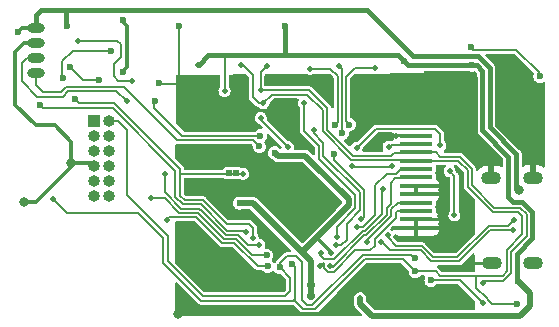
<source format=gbr>
%TF.GenerationSoftware,KiCad,Pcbnew,(6.0.9)*%
%TF.CreationDate,2022-11-24T16:49:11+01:00*%
%TF.ProjectId,LDAD ATOM PRO,4c444144-2041-4544-9f4d-2050524f2e6b,5.3*%
%TF.SameCoordinates,Original*%
%TF.FileFunction,Copper,L2,Bot*%
%TF.FilePolarity,Positive*%
%FSLAX46Y46*%
G04 Gerber Fmt 4.6, Leading zero omitted, Abs format (unit mm)*
G04 Created by KiCad (PCBNEW (6.0.9)) date 2022-11-24 16:49:11*
%MOMM*%
%LPD*%
G01*
G04 APERTURE LIST*
%TA.AperFunction,ComponentPad*%
%ADD10R,1.000000X1.000000*%
%TD*%
%TA.AperFunction,ComponentPad*%
%ADD11O,1.000000X1.000000*%
%TD*%
%TA.AperFunction,ComponentPad*%
%ADD12O,1.700000X1.100000*%
%TD*%
%TA.AperFunction,SMDPad,CuDef*%
%ADD13R,0.500000X0.500000*%
%TD*%
%TA.AperFunction,SMDPad,CuDef*%
%ADD14O,1.500000X0.800000*%
%TD*%
%TA.AperFunction,SMDPad,CuDef*%
%ADD15R,2.800000X0.300000*%
%TD*%
%TA.AperFunction,ViaPad*%
%ADD16C,0.800000*%
%TD*%
%TA.AperFunction,ViaPad*%
%ADD17C,0.600000*%
%TD*%
%TA.AperFunction,ViaPad*%
%ADD18C,0.500000*%
%TD*%
%TA.AperFunction,ViaPad*%
%ADD19C,0.700000*%
%TD*%
%TA.AperFunction,Conductor*%
%ADD20C,0.300000*%
%TD*%
%TA.AperFunction,Conductor*%
%ADD21C,0.400000*%
%TD*%
%TA.AperFunction,Conductor*%
%ADD22C,0.200000*%
%TD*%
%TA.AperFunction,Conductor*%
%ADD23C,0.150000*%
%TD*%
%TA.AperFunction,Conductor*%
%ADD24C,0.320000*%
%TD*%
%TA.AperFunction,Conductor*%
%ADD25C,0.250000*%
%TD*%
%TA.AperFunction,Conductor*%
%ADD26C,0.510000*%
%TD*%
%TA.AperFunction,Conductor*%
%ADD27C,0.180000*%
%TD*%
G04 APERTURE END LIST*
D10*
%TO.P,J1,1,Pin_1*%
%TO.N,ADC_OUT*%
X123305000Y-92325000D03*
D11*
%TO.P,J1,2,Pin_2*%
%TO.N,GPIO8_I2C_SDA*%
X124575000Y-92325000D03*
%TO.P,J1,3,Pin_3*%
%TO.N,ADC_OUT*%
X123305000Y-93595000D03*
%TO.P,J1,4,Pin_4*%
%TO.N,GPIO06_EXT_PLUG2*%
X124575000Y-93595000D03*
%TO.P,J1,5,Pin_5*%
%TO.N,GND*%
X123305000Y-94865000D03*
%TO.P,J1,6,Pin_6*%
%TO.N,Net-(EXP_R1-Pad2)*%
X124575000Y-94865000D03*
%TO.P,J1,7,Pin_7*%
%TO.N,GND*%
X123305000Y-96135000D03*
%TO.P,J1,8,Pin_8*%
%TO.N,Net-(EXP_R2-Pad2)*%
X124575000Y-96135000D03*
%TO.P,J1,9,Pin_9*%
%TO.N,GND*%
X123305000Y-97405000D03*
%TO.P,J1,10,Pin_10*%
%TO.N,Net-(EXP_R3-Pad2)*%
X124575000Y-97405000D03*
%TO.P,J1,11,Pin_11*%
%TO.N,GND*%
X123305000Y-98675000D03*
%TO.P,J1,12,Pin_12*%
%TO.N,Net-(EXP_R4-Pad2)*%
X124575000Y-98675000D03*
%TD*%
D12*
%TO.P,J2,6,Shield*%
%TO.N,GND*%
X156990000Y-97160000D03*
X160470000Y-97140000D03*
X160470000Y-104360000D03*
X157000000Y-104350000D03*
%TD*%
D13*
%TO.P,REF\u002A\u002A,1*%
%TO.N,N/C*%
X135375000Y-96755000D03*
%TO.P,REF\u002A\u002A,2*%
X134750000Y-96760000D03*
%TD*%
D14*
%TO.P,ICSP1,1,Pin_1*%
%TO.N,5V0*%
X118460500Y-84495000D03*
%TO.P,ICSP1,2,Pin_2*%
%TO.N,GND*%
X118460500Y-85765000D03*
%TO.P,ICSP1,3,Pin_3*%
%TO.N,TXD0*%
X118460500Y-87035000D03*
%TO.P,ICSP1,4,Pin_4*%
%TO.N,RXD0*%
X118460500Y-88305000D03*
%TD*%
D15*
%TO.P,LCD1,1,Pin_1*%
%TO.N,GND*%
X150618795Y-101376357D03*
%TO.P,LCD1,2,Pin_2*%
X150623795Y-100666357D03*
%TO.P,LCD1,3,Pin_3*%
%TO.N,LCD2_LED_IO10*%
X150623795Y-99956357D03*
%TO.P,LCD1,4,Pin_4*%
%TO.N,3V3*%
X150618795Y-99246357D03*
%TO.P,LCD1,5,Pin_5*%
%TO.N,GND*%
X150623795Y-98536357D03*
%TO.P,LCD1,6,Pin_6*%
X150618795Y-97821357D03*
%TO.P,LCD1,7,Pin_7*%
%TO.N,LCD2_DC_IO11*%
X150618795Y-97111357D03*
%TO.P,LCD1,8,Pin_8*%
%TO.N,LCD2_CS_IO21*%
X150618795Y-96401357D03*
%TO.P,LCD1,9,Pin_9*%
%TO.N,GPIO9_I2C_SCL*%
X150613795Y-95691357D03*
%TO.P,LCD1,10,Pin_10*%
%TO.N,GPIO8_I2C_SDA*%
X150618795Y-94981357D03*
%TO.P,LCD1,11,Pin_11*%
%TO.N,LCD2_RST_IO13*%
X150618795Y-94271357D03*
%TO.P,LCD1,12,Pin_12*%
%TO.N,GND*%
X150618795Y-93561357D03*
%TD*%
D16*
%TO.N,GND*%
X143280000Y-99230000D03*
D17*
X138670000Y-88630000D03*
X136010000Y-90800000D03*
D18*
X148950000Y-93630000D03*
D16*
X117430000Y-99150000D03*
X140460000Y-96390000D03*
X142030000Y-100500000D03*
X121390000Y-95900000D03*
X140810000Y-101870000D03*
D18*
X139360000Y-106450000D03*
D16*
X139430000Y-100410000D03*
X138110000Y-98950000D03*
D17*
X130530000Y-95260000D03*
D16*
X130440000Y-108690000D03*
D17*
X152330000Y-88540000D03*
X130410000Y-103290000D03*
D18*
X136320000Y-106470000D03*
X132440000Y-101950000D03*
D17*
X130460000Y-101500000D03*
D16*
X141860000Y-97750000D03*
D18*
X152640000Y-100340000D03*
D17*
X128810000Y-89150000D03*
X136430000Y-95270000D03*
X130520000Y-88730000D03*
D16*
X139210000Y-97790000D03*
D17*
X150420000Y-90790000D03*
D16*
X159400000Y-92680000D03*
D18*
X152510000Y-103110000D03*
X142030000Y-88630000D03*
X133270000Y-106360000D03*
D16*
X140630000Y-99060000D03*
D17*
X130530000Y-84270000D03*
D18*
X141500000Y-94330000D03*
D17*
X135360000Y-88600000D03*
D18*
%TO.N,VOLTAGE_REF*%
X129490000Y-100680000D03*
D17*
X138040000Y-104620000D03*
D18*
%TO.N,Net-(EC50-Pad1)*%
X141110000Y-90830000D03*
X143920000Y-102140000D03*
%TO.N,Net-(EC51-Pad1)*%
X143870000Y-102860000D03*
X141930000Y-93120000D03*
%TO.N,3V3*%
X146491604Y-102565713D03*
D19*
X141680000Y-106210000D03*
D17*
X125760000Y-83810000D03*
X155340000Y-87610000D03*
D18*
X145880000Y-107350000D03*
D17*
X125820000Y-88220000D03*
D19*
X141720000Y-107130000D03*
D17*
X139530000Y-84330000D03*
X135680000Y-99280000D03*
D18*
X134390000Y-89790000D03*
D17*
X138640000Y-95030000D03*
X149590000Y-87250000D03*
D18*
X146050000Y-107990000D03*
D17*
X161100000Y-88540000D03*
D18*
X132180000Y-87590000D03*
X143410000Y-103480000D03*
D17*
X155230000Y-86110000D03*
X159250000Y-105910000D03*
%TO.N,CHIP_EN*%
X118790000Y-90950000D03*
D18*
X136220000Y-101710000D03*
%TO.N,ESP_GPIO0_BOOT-DTR*%
X136770000Y-102200000D03*
X135990000Y-96810000D03*
D17*
X121300500Y-87740000D03*
X123800000Y-88830000D03*
X121700000Y-90460000D03*
%TO.N,GPIO8_I2C_SDA*%
X151870000Y-105810000D03*
X139050000Y-104730000D03*
D18*
X137440000Y-89740000D03*
D17*
X150510000Y-103940000D03*
D18*
X156260000Y-106060000D03*
X156280000Y-107760000D03*
X138010000Y-87690000D03*
%TO.N,USB_D-*%
X158830000Y-101540000D03*
X147650000Y-102600000D03*
%TO.N,SPIHD*%
X153850000Y-100310000D03*
X153450000Y-96580000D03*
%TO.N,SPICLK*%
X145180000Y-96180000D03*
X148530000Y-96180000D03*
%TO.N,SPID*%
X145570000Y-94620000D03*
X152660000Y-94400000D03*
%TO.N,USB_D+*%
X158860000Y-100740000D03*
X148190500Y-101992282D03*
%TO.N,TXD0*%
X126110000Y-90680000D03*
D17*
%TO.N,RXD0*%
X137350000Y-94490000D03*
D18*
%TO.N,GPIO9_I2C_SCL*%
X119860000Y-98930000D03*
X135800000Y-87620000D03*
D17*
X159150000Y-107810000D03*
X140080000Y-104420000D03*
D18*
X137690000Y-90820000D03*
D17*
X150530000Y-105060000D03*
%TO.N,Net-(ER2-Pad2)*%
X128470000Y-90680000D03*
X137430000Y-93580000D03*
%TO.N,SPICS1*%
X143690000Y-95140000D03*
D18*
X145988271Y-100663245D03*
%TO.N,IO35_LED_G*%
X144060000Y-87670000D03*
D17*
X144370000Y-93350000D03*
%TO.N,5V0*%
X116940000Y-84780000D03*
D18*
X148340000Y-84810000D03*
D17*
X121030000Y-84310000D03*
D16*
X159330000Y-98200000D03*
D17*
%TO.N,IO34_LED_B*%
X144970000Y-92640000D03*
D18*
X147170000Y-87810000D03*
D17*
%TO.N,IO36_LED_R*%
X143740000Y-92680000D03*
D18*
X141600000Y-87910000D03*
D17*
%TO.N,GPIO06_EXT_PLUG2*%
X137950000Y-103710000D03*
D18*
X128145000Y-98875000D03*
%TO.N,GPIO38_IMU_CS*%
X137450000Y-92080000D03*
X139750000Y-94540000D03*
%TO.N,GPIO2_PLUG_PWR_3V3*%
X121990000Y-85520000D03*
X126540000Y-88930000D03*
X129370000Y-96840000D03*
X137340000Y-102790000D03*
D17*
%TO.N,3V3_PLUG*%
X120750000Y-88690000D03*
X124800000Y-86400000D03*
D18*
%TO.N,LCD2_CS_IO21*%
X145648166Y-101274500D03*
%TO.N,LCD2_LED_IO10*%
X142500000Y-104620000D03*
%TO.N,LCD2_DC_IO11*%
X143360000Y-104580000D03*
%TO.N,LCD2_RST_IO13*%
X148280000Y-94500000D03*
X142560000Y-103490000D03*
X147780000Y-98090000D03*
%TD*%
D20*
%TO.N,GND*%
X130460000Y-101500000D02*
X130460000Y-104360000D01*
D21*
X155560000Y-91530000D02*
X155560000Y-93480000D01*
D20*
X130440000Y-108690000D02*
X145510000Y-108690000D01*
D22*
X152501357Y-97821357D02*
X152760000Y-98080000D01*
X148981357Y-93561357D02*
X148970000Y-93550000D01*
D23*
X150420000Y-90790000D02*
X150420000Y-88560000D01*
D24*
X118430000Y-99190000D02*
X117450000Y-99190000D01*
D21*
X155400000Y-88540000D02*
X155560000Y-88700000D01*
D22*
X143240000Y-99440000D02*
X140810000Y-101870000D01*
X139430000Y-100180000D02*
X141860000Y-97750000D01*
X152673643Y-100666357D02*
X152760000Y-100580000D01*
D23*
X150420000Y-88560000D02*
X150400000Y-88540000D01*
D21*
X130420000Y-89420000D02*
X130420000Y-91050000D01*
D22*
X139430000Y-100410000D02*
X139430000Y-100180000D01*
X138180000Y-99030000D02*
X138180000Y-98670000D01*
X152770000Y-102850000D02*
X152510000Y-103110000D01*
X130490000Y-95220000D02*
X130490000Y-95210000D01*
D21*
X156990000Y-94910000D02*
X156990000Y-96640000D01*
D24*
X121380000Y-95890000D02*
X121390000Y-95900000D01*
X121390000Y-95900000D02*
X123070000Y-95900000D01*
D21*
X153440000Y-88540000D02*
X150400000Y-88540000D01*
D22*
X150618795Y-97821357D02*
X152501357Y-97821357D01*
D24*
X116670000Y-86510000D02*
X116670000Y-90940000D01*
D22*
X136010000Y-90800000D02*
X136620000Y-91410000D01*
D23*
X128775000Y-89200000D02*
X130505000Y-89200000D01*
D22*
X150618795Y-93561357D02*
X148981357Y-93561357D01*
D24*
X121390000Y-95900000D02*
X121302500Y-95987500D01*
D21*
X150400000Y-88540000D02*
X147470000Y-88540000D01*
D22*
X130480000Y-88590000D02*
X130480000Y-88720000D01*
X139340000Y-106470000D02*
X139360000Y-106450000D01*
D24*
X120010000Y-92710000D02*
X121390000Y-94090000D01*
D25*
X132380000Y-105390000D02*
X133260000Y-106270000D01*
D22*
X137990000Y-99030000D02*
X138180000Y-99030000D01*
X152770000Y-100590000D02*
X152770000Y-102850000D01*
X136285000Y-94865000D02*
X130925000Y-94865000D01*
D23*
X130410000Y-89430000D02*
X130420000Y-89420000D01*
D22*
X136010000Y-90810000D02*
X136010000Y-88700000D01*
D21*
X138670000Y-88630000D02*
X142030000Y-88630000D01*
D24*
X118440000Y-92710000D02*
X120010000Y-92710000D01*
D20*
X130440000Y-108690000D02*
X130440000Y-107510000D01*
D22*
X136010000Y-88700000D02*
X136120000Y-88590000D01*
D24*
X121390000Y-95900000D02*
X121390000Y-96230000D01*
D21*
X152330000Y-88540000D02*
X153440000Y-88540000D01*
D25*
X133460000Y-106470000D02*
X136320000Y-106470000D01*
D22*
X139210000Y-97790000D02*
X139400000Y-97790000D01*
D25*
X132380000Y-103500000D02*
X132380000Y-105390000D01*
D22*
X130530000Y-95260000D02*
X130490000Y-95220000D01*
D25*
X132380000Y-103500000D02*
X132380000Y-101890000D01*
X133260000Y-106270000D02*
X133460000Y-106470000D01*
D22*
X139400000Y-97790000D02*
X142000000Y-100390000D01*
X138580000Y-91410000D02*
X141500000Y-94330000D01*
D21*
X130440000Y-88650000D02*
X133490000Y-88650000D01*
D22*
X136620000Y-91410000D02*
X138580000Y-91410000D01*
D21*
X155560000Y-88700000D02*
X155560000Y-91530000D01*
D22*
X152760000Y-100580000D02*
X152760000Y-100980000D01*
X136320000Y-106470000D02*
X139340000Y-106470000D01*
X152746357Y-98536357D02*
X152760000Y-98550000D01*
X152750000Y-101376357D02*
X151005152Y-101376357D01*
D24*
X118460500Y-85765000D02*
X117415000Y-85765000D01*
D21*
X130420000Y-88710000D02*
X130420000Y-89420000D01*
X153440000Y-88540000D02*
X155400000Y-88540000D01*
D23*
X130520000Y-88730000D02*
X130520000Y-84260000D01*
D24*
X121390000Y-94090000D02*
X121390000Y-95900000D01*
D25*
X155530000Y-104350000D02*
X155200000Y-104680000D01*
X157000000Y-104350000D02*
X155530000Y-104350000D01*
D22*
X139210000Y-97790000D02*
X136285000Y-94865000D01*
X150623795Y-100666357D02*
X152673643Y-100666357D01*
X143240000Y-99120000D02*
X143240000Y-99440000D01*
D24*
X123070000Y-95900000D02*
X123305000Y-96135000D01*
D22*
X152760000Y-100580000D02*
X152770000Y-100590000D01*
X152760000Y-98080000D02*
X152760000Y-98550000D01*
X152760000Y-98550000D02*
X152760000Y-100580000D01*
X136010000Y-90800000D02*
X136020000Y-90800000D01*
D24*
X117415000Y-85765000D02*
X116670000Y-86510000D01*
D21*
X136080000Y-88590000D02*
X135040000Y-88590000D01*
D22*
X150623795Y-98536357D02*
X152746357Y-98536357D01*
D24*
X121390000Y-96230000D02*
X118430000Y-99190000D01*
D22*
X130925000Y-94865000D02*
X130530000Y-95260000D01*
X136660000Y-95280000D02*
X136670000Y-95270000D01*
D24*
X116670000Y-90940000D02*
X118440000Y-92710000D01*
D22*
X138180000Y-98670000D02*
X140460000Y-96390000D01*
D21*
X130420000Y-89860000D02*
X130420000Y-91770000D01*
X155560000Y-93480000D02*
X156990000Y-94910000D01*
D23*
%TO.N,VOLTAGE_REF*%
X135225026Y-102660000D02*
X134190052Y-102660000D01*
X129710000Y-100450000D02*
X129490000Y-100670000D01*
X137185026Y-104620000D02*
X135225026Y-102660000D01*
X138040000Y-104620000D02*
X137185026Y-104620000D01*
X134190052Y-102660000D02*
X131980052Y-100450000D01*
X131980052Y-100450000D02*
X129710000Y-100450000D01*
%TO.N,Net-(EC50-Pad1)*%
X142400000Y-94430000D02*
X141110000Y-93140000D01*
X145460000Y-99740000D02*
X145460000Y-98570000D01*
X141110000Y-93140000D02*
X141110000Y-90830000D01*
X143920000Y-102140000D02*
X143920000Y-101280000D01*
X142400000Y-95510000D02*
X142400000Y-94430000D01*
X145460000Y-98570000D02*
X142400000Y-95510000D01*
X143920000Y-101280000D02*
X145460000Y-99740000D01*
%TO.N,Net-(EC51-Pad1)*%
X142750000Y-95290000D02*
X142750000Y-94170000D01*
X144250000Y-102860000D02*
X144720000Y-102390000D01*
X144720000Y-101030000D02*
X145840000Y-99910000D01*
X145840000Y-99910000D02*
X145840000Y-98380000D01*
X142750000Y-94170000D02*
X141930000Y-93350000D01*
X144720000Y-102390000D02*
X144720000Y-101030000D01*
X141930000Y-93350000D02*
X141930000Y-93120000D01*
X143870000Y-102860000D02*
X144250000Y-102860000D01*
X145840000Y-98380000D02*
X142750000Y-95290000D01*
D21*
%TO.N,3V3*%
X160440000Y-102276726D02*
X159135000Y-103581726D01*
X133010000Y-86770000D02*
X132210000Y-87570000D01*
X159135000Y-103581726D02*
X159135000Y-105795000D01*
D26*
X144135000Y-100235000D02*
X144900000Y-99470000D01*
D22*
X135190000Y-86810000D02*
X135150000Y-86770000D01*
D27*
X161100000Y-88540000D02*
X161100000Y-88310000D01*
X161100000Y-88310000D02*
X159100000Y-86310000D01*
D26*
X160260000Y-106920000D02*
X160260000Y-107990000D01*
D24*
X126160000Y-84270000D02*
X125730000Y-83840000D01*
D26*
X142645000Y-101725000D02*
X141015000Y-103355000D01*
X137535000Y-100035000D02*
X136780000Y-99280000D01*
D21*
X158815000Y-99185000D02*
X159616752Y-99185000D01*
D22*
X135170000Y-86790000D02*
X135150000Y-86770000D01*
D23*
X148500000Y-99810000D02*
X148500000Y-100370000D01*
D26*
X141795000Y-95855000D02*
X141210000Y-95270000D01*
D21*
X158430000Y-95340000D02*
X158430000Y-98800000D01*
D22*
X142250000Y-102160000D02*
X142250000Y-102120000D01*
D26*
X146910000Y-108860000D02*
X145880000Y-107830000D01*
D21*
X155340000Y-87610000D02*
X155730000Y-87610000D01*
D26*
X159390000Y-108860000D02*
X146910000Y-108860000D01*
D24*
X125730000Y-88210000D02*
X126160000Y-87780000D01*
D23*
X148500000Y-100404974D02*
X148500000Y-100370000D01*
X150618795Y-99246357D02*
X149063643Y-99246357D01*
D26*
X142645000Y-101725000D02*
X144135000Y-100235000D01*
D21*
X139540000Y-86770000D02*
X139540000Y-84360000D01*
D26*
X145880000Y-107830000D02*
X145880000Y-107350000D01*
D21*
X155340000Y-87610000D02*
X149950000Y-87610000D01*
X159135000Y-105795000D02*
X159250000Y-105910000D01*
X136090000Y-86770000D02*
X139540000Y-86770000D01*
D26*
X141210000Y-95270000D02*
X138880000Y-95270000D01*
D21*
X158430000Y-98800000D02*
X158815000Y-99185000D01*
X139860000Y-86770000D02*
X140750000Y-86770000D01*
D24*
X126160000Y-87780000D02*
X126160000Y-84270000D01*
D21*
X134250000Y-86770000D02*
X135150000Y-86770000D01*
X134250000Y-86770000D02*
X133010000Y-86770000D01*
X149950000Y-87610000D02*
X149590000Y-87250000D01*
X156190000Y-88070000D02*
X156190000Y-93100000D01*
D26*
X141015000Y-103355000D02*
X140855000Y-103355000D01*
X144900000Y-99470000D02*
X144900000Y-98960000D01*
X141680000Y-107090000D02*
X141720000Y-107130000D01*
D24*
X142175000Y-102145000D02*
X143445000Y-103415000D01*
D22*
X134390000Y-86910000D02*
X134250000Y-86770000D01*
D26*
X144900000Y-98960000D02*
X141795000Y-95855000D01*
X160260000Y-107990000D02*
X159390000Y-108860000D01*
D21*
X136090000Y-86770000D02*
X134510000Y-86770000D01*
X140750000Y-86770000D02*
X147660000Y-86770000D01*
D26*
X141680000Y-105680000D02*
X141680000Y-107090000D01*
D27*
X155430000Y-86310000D02*
X155230000Y-86110000D01*
D26*
X142250000Y-102120000D02*
X142645000Y-101725000D01*
D21*
X160440000Y-100008249D02*
X160440000Y-102276726D01*
D26*
X141680000Y-104180000D02*
X141680000Y-105680000D01*
D22*
X142280000Y-102120000D02*
X142250000Y-102120000D01*
D23*
X149063643Y-99246357D02*
X148500000Y-99810000D01*
D26*
X138880000Y-95270000D02*
X138640000Y-95030000D01*
D21*
X156190000Y-93100000D02*
X158430000Y-95340000D01*
D22*
X134390000Y-89790000D02*
X134390000Y-86910000D01*
D21*
X147660000Y-86770000D02*
X149110000Y-86770000D01*
X135150000Y-86770000D02*
X136090000Y-86770000D01*
D26*
X159250000Y-105910000D02*
X160260000Y-106920000D01*
D23*
X146491604Y-102413370D02*
X148500000Y-100404974D01*
X146491604Y-102565713D02*
X146491604Y-102413370D01*
D26*
X140855000Y-103355000D02*
X141680000Y-104180000D01*
D21*
X139540000Y-86770000D02*
X139860000Y-86770000D01*
D25*
X144135000Y-100245000D02*
X144135000Y-100235000D01*
D21*
X155730000Y-87610000D02*
X156190000Y-88070000D01*
D27*
X159100000Y-86310000D02*
X155430000Y-86310000D01*
D26*
X136780000Y-99280000D02*
X135680000Y-99280000D01*
X141680000Y-105680000D02*
X141680000Y-106210000D01*
D21*
X159616752Y-99185000D02*
X160440000Y-100008249D01*
D26*
X137535000Y-100035000D02*
X140855000Y-103355000D01*
D21*
X149110000Y-86770000D02*
X149590000Y-87250000D01*
D23*
%TO.N,CHIP_EN*%
X130240000Y-96540000D02*
X124910000Y-91210000D01*
X124910000Y-91210000D02*
X119050000Y-91210000D01*
X119050000Y-91210000D02*
X118790000Y-90950000D01*
X130860026Y-99395000D02*
X130240000Y-98774974D01*
X132409974Y-99395000D02*
X130860026Y-99395000D01*
X136210000Y-101610000D02*
X134624974Y-101610000D01*
X134624974Y-101610000D02*
X132409974Y-99395000D01*
X130240000Y-98774974D02*
X130240000Y-96540000D01*
D22*
%TO.N,ESP_GPIO0_BOOT-DTR*%
X135277500Y-96787500D02*
X135282500Y-96782500D01*
D23*
X135990000Y-96810000D02*
X135310000Y-96810000D01*
X122390500Y-88830000D02*
X123800000Y-88830000D01*
X122080000Y-90780000D02*
X121800000Y-90500000D01*
X130630000Y-96810000D02*
X131310000Y-96810000D01*
X125665000Y-91415000D02*
X125030000Y-90780000D01*
X136800000Y-101360000D02*
X136800000Y-102110000D01*
X136800000Y-102110000D02*
X136720000Y-102190000D01*
X125030000Y-90780000D02*
X122080000Y-90780000D01*
X130630000Y-96380000D02*
X125665000Y-91415000D01*
X130630000Y-96810000D02*
X130630000Y-98670000D01*
X131310000Y-96810000D02*
X131670000Y-96810000D01*
X134569948Y-101060000D02*
X136500000Y-101060000D01*
X135310000Y-96810000D02*
X135282500Y-96782500D01*
X132554948Y-99045000D02*
X134569948Y-101060000D01*
X130630000Y-96810000D02*
X130630000Y-96380000D01*
X131670000Y-96810000D02*
X135990000Y-96810000D01*
X130630000Y-98670000D02*
X131005000Y-99045000D01*
X131005000Y-99045000D02*
X132554948Y-99045000D01*
X136500000Y-101060000D02*
X136800000Y-101360000D01*
X134657500Y-96787500D02*
X135277500Y-96787500D01*
X121300500Y-87740000D02*
X122390500Y-88830000D01*
%TO.N,GPIO8_I2C_SDA*%
X143080000Y-91250000D02*
X143080000Y-93070000D01*
X154301357Y-95341357D02*
X152641357Y-95341357D01*
X159420000Y-99660000D02*
X157244974Y-99660000D01*
X146093884Y-103640000D02*
X141833884Y-107900000D01*
X156260000Y-106060000D02*
X156400000Y-105920000D01*
X157944974Y-105920000D02*
X158660000Y-105204974D01*
X140910000Y-107470000D02*
X140910000Y-104270000D01*
X125365000Y-92325000D02*
X124575000Y-92325000D01*
X158660000Y-105204974D02*
X158660000Y-103384974D01*
X141570000Y-89740000D02*
X143080000Y-91250000D01*
X152290000Y-94990000D02*
X150627438Y-94990000D01*
X129570000Y-104180000D02*
X129570000Y-102100000D01*
X126100000Y-93060000D02*
X125365000Y-92325000D01*
X137440000Y-89740000D02*
X137440000Y-88210000D01*
X150530152Y-95060000D02*
X148710000Y-95060000D01*
D22*
X156280000Y-107760000D02*
X156280000Y-107740000D01*
D23*
X159965000Y-102079974D02*
X159965000Y-100205000D01*
X140430000Y-103790000D02*
X139640000Y-103790000D01*
X139940000Y-106010000D02*
X139940000Y-105620000D01*
X145270000Y-95260000D02*
X148510000Y-95260000D01*
X132570000Y-107180000D02*
X129570000Y-104180000D01*
X148710000Y-95060000D02*
X148510000Y-95260000D01*
X139490000Y-107180000D02*
X132570000Y-107180000D01*
D22*
X156280000Y-107740000D02*
X154350000Y-105810000D01*
D23*
X157244974Y-99660000D02*
X155320000Y-97735026D01*
X139940000Y-106010000D02*
X139940000Y-106730000D01*
X141833884Y-107900000D02*
X141340000Y-107900000D01*
X155320000Y-96360000D02*
X154301357Y-95341357D01*
X126100000Y-98630000D02*
X126100000Y-93060000D01*
D22*
X154350000Y-105810000D02*
X151870000Y-105810000D01*
D23*
X139940000Y-106730000D02*
X139490000Y-107180000D01*
X158660000Y-103384974D02*
X159965000Y-102079974D01*
X159965000Y-100205000D02*
X159420000Y-99660000D01*
X129570000Y-102100000D02*
X126100000Y-98630000D01*
X137440000Y-88210000D02*
X137960000Y-87690000D01*
X155320000Y-97735026D02*
X155320000Y-96360000D01*
X140910000Y-104270000D02*
X140430000Y-103790000D01*
X139940000Y-105620000D02*
X139050000Y-104730000D01*
X137960000Y-87690000D02*
X138010000Y-87690000D01*
X141340000Y-107900000D02*
X140910000Y-107470000D01*
X143080000Y-93070000D02*
X145270000Y-95260000D01*
X150210000Y-103640000D02*
X146093884Y-103640000D01*
X139050000Y-104380000D02*
X139050000Y-104730000D01*
X152641357Y-95341357D02*
X152290000Y-94990000D01*
X150627438Y-94990000D02*
X150618795Y-94981357D01*
X156400000Y-105920000D02*
X157944974Y-105920000D01*
X139640000Y-103790000D02*
X139050000Y-104380000D01*
X137440000Y-89740000D02*
X141570000Y-89740000D01*
X150510000Y-103940000D02*
X150210000Y-103640000D01*
%TO.N,USB_D-*%
X147650000Y-102600000D02*
X147690000Y-102600000D01*
X147690000Y-102600000D02*
X148380000Y-103290000D01*
X154260001Y-104210000D02*
X156910000Y-101560000D01*
X156910000Y-101560000D02*
X158810000Y-101560000D01*
X151915025Y-104210000D02*
X154260001Y-104210000D01*
X158810000Y-101560000D02*
X158830000Y-101540000D01*
X150995026Y-103290000D02*
X151915025Y-104210000D01*
X148380000Y-103290000D02*
X150995026Y-103290000D01*
D22*
%TO.N,SPIHD*%
X153850000Y-100310000D02*
X153850000Y-96980000D01*
X153850000Y-96980000D02*
X153450000Y-96580000D01*
D23*
%TO.N,SPICLK*%
X145185000Y-96240000D02*
X148340000Y-96240000D01*
%TO.N,SPID*%
X152660000Y-94400000D02*
X152660000Y-93460000D01*
X147220000Y-92970000D02*
X145570000Y-94620000D01*
X152170000Y-92970000D02*
X147220000Y-92970000D01*
X152660000Y-93460000D02*
X152170000Y-92970000D01*
%TO.N,USB_D+*%
X156765025Y-101210000D02*
X158390000Y-101210000D01*
X152060000Y-103860000D02*
X154115026Y-103860000D01*
X148950000Y-102940000D02*
X151140000Y-102940000D01*
X151140000Y-102940000D02*
X152060000Y-103860000D01*
X158390000Y-101210000D02*
X158860000Y-100740000D01*
X148190500Y-101992282D02*
X148190500Y-102180500D01*
X154115026Y-103860000D02*
X156765025Y-101210000D01*
X148190500Y-102180500D02*
X148950000Y-102940000D01*
%TO.N,TXD0*%
X123050000Y-89790000D02*
X125220000Y-89790000D01*
X125220000Y-89790000D02*
X126110000Y-90680000D01*
X122340000Y-89790000D02*
X122290000Y-89790000D01*
X118550000Y-90270000D02*
X117250000Y-88970000D01*
X120700000Y-90270000D02*
X118550000Y-90270000D01*
X117250000Y-88970000D02*
X117250000Y-87420000D01*
X121180000Y-89790000D02*
X120700000Y-90270000D01*
X122290000Y-89790000D02*
X121180000Y-89790000D01*
X117250000Y-87420000D02*
X117635000Y-87035000D01*
X117635000Y-87035000D02*
X118460500Y-87035000D01*
X122340000Y-89790000D02*
X121290000Y-89790000D01*
X122340000Y-89790000D02*
X123050000Y-89790000D01*
%TO.N,RXD0*%
X120970000Y-89430000D02*
X125880000Y-89430000D01*
X125880000Y-89430000D02*
X130380000Y-93930000D01*
X118460500Y-89310500D02*
X119010000Y-89860000D01*
X120540000Y-89860000D02*
X120970000Y-89430000D01*
X119010000Y-89860000D02*
X120540000Y-89860000D01*
X136790000Y-93930000D02*
X137350000Y-94490000D01*
X130380000Y-93930000D02*
X136790000Y-93930000D01*
X118460500Y-88305000D02*
X118460500Y-89310500D01*
%TO.N,GPIO9_I2C_SCL*%
X145120000Y-95620000D02*
X149050000Y-95620000D01*
X152630000Y-105430000D02*
X156240000Y-105430000D01*
X159615000Y-101935000D02*
X159615000Y-100385000D01*
X143645000Y-106645000D02*
X142280000Y-108010000D01*
X156805000Y-107542537D02*
X156497463Y-107235000D01*
X141390000Y-90090000D02*
X142700000Y-91400000D01*
X154156383Y-95691357D02*
X150613795Y-95691357D01*
X143645000Y-106645000D02*
X142030000Y-108260000D01*
X155700000Y-106440000D02*
X155700000Y-105450000D01*
X159240000Y-100010000D02*
X157100000Y-100010000D01*
X156495000Y-107235000D02*
X155700000Y-106440000D01*
X158310000Y-105060000D02*
X158310000Y-103240000D01*
X119860000Y-98930000D02*
X121080000Y-100150000D01*
X141070000Y-108260000D02*
X140370000Y-107560000D01*
X152270000Y-105070000D02*
X152630000Y-105430000D01*
X140170000Y-107560000D02*
X140360000Y-107370000D01*
X157070000Y-107810000D02*
X156805000Y-107545000D01*
X156805000Y-107545000D02*
X156805000Y-107542537D01*
X136780000Y-88430000D02*
X135960000Y-87610000D01*
X140400000Y-104710000D02*
X140400000Y-106470000D01*
X127100000Y-100150000D02*
X129200000Y-102250000D01*
X154970000Y-96504974D02*
X154156383Y-95691357D01*
X149460000Y-103990000D02*
X150530000Y-105060000D01*
X155700000Y-105450000D02*
X155710000Y-105440000D01*
X143645000Y-106645000D02*
X146300000Y-103990000D01*
X121080000Y-100150000D02*
X127100000Y-100150000D01*
X150600000Y-105070000D02*
X152270000Y-105070000D01*
X136780000Y-89050000D02*
X136780000Y-88430000D01*
X140400000Y-106470000D02*
X140400000Y-107370000D01*
X129200000Y-104330000D02*
X132430000Y-107560000D01*
X156497463Y-107235000D02*
X156495000Y-107235000D01*
X159150000Y-107810000D02*
X157070000Y-107810000D01*
X137690000Y-90820000D02*
X137280000Y-90820000D01*
X155950000Y-105430000D02*
X157940000Y-105430000D01*
X142700000Y-91400000D02*
X142700000Y-93200000D01*
X129200000Y-102250000D02*
X129200000Y-104330000D01*
X138420000Y-90090000D02*
X141390000Y-90090000D01*
X158310000Y-103240000D02*
X159615000Y-101935000D01*
X142700000Y-93200000D02*
X145120000Y-95620000D01*
X132430000Y-107560000D02*
X140170000Y-107560000D01*
X146300000Y-103990000D02*
X149460000Y-103990000D01*
X159615000Y-100385000D02*
X159240000Y-100010000D01*
X148940000Y-95620000D02*
X150432438Y-95620000D01*
X140370000Y-107560000D02*
X140170000Y-107560000D01*
X154970000Y-97880000D02*
X154970000Y-96504974D01*
X140110000Y-104420000D02*
X140400000Y-104710000D01*
X137280000Y-90820000D02*
X136780000Y-90320000D01*
X142030000Y-108260000D02*
X141070000Y-108260000D01*
X157940000Y-105430000D02*
X158310000Y-105060000D01*
X150490000Y-104960000D02*
X150600000Y-105070000D01*
D22*
X140080000Y-104420000D02*
X140110000Y-104420000D01*
D23*
X137690000Y-90820000D02*
X138420000Y-90090000D01*
X136780000Y-90320000D02*
X136780000Y-89050000D01*
X140360000Y-107370000D02*
X140400000Y-107370000D01*
X157100000Y-100010000D02*
X154970000Y-97880000D01*
X140400000Y-107370000D02*
X140400000Y-107530000D01*
X140400000Y-107530000D02*
X140370000Y-107560000D01*
%TO.N,Net-(ER2-Pad2)*%
X128460000Y-91220000D02*
X128460000Y-90630000D01*
X137430000Y-93580000D02*
X130820000Y-93580000D01*
X130820000Y-93580000D02*
X128460000Y-91220000D01*
%TO.N,SPICS1*%
X146190000Y-98140000D02*
X143690000Y-95640000D01*
X145988271Y-100663245D02*
X146190000Y-100461516D01*
X143690000Y-95640000D02*
X143690000Y-95140000D01*
X146190000Y-100461516D02*
X146190000Y-98140000D01*
%TO.N,IO35_LED_G*%
X144370000Y-93350000D02*
X144330000Y-93310000D01*
X144330000Y-87940000D02*
X144060000Y-87670000D01*
X144330000Y-93310000D02*
X144330000Y-87940000D01*
D24*
%TO.N,5V0*%
X117225000Y-84495000D02*
X116990000Y-84730000D01*
D21*
X159090000Y-96380000D02*
X159090000Y-95120000D01*
X159090000Y-96380000D02*
X159090000Y-97470000D01*
D24*
X118460500Y-84495000D02*
X117225000Y-84495000D01*
D21*
X159090000Y-97960000D02*
X159330000Y-98200000D01*
X149680000Y-86160000D02*
X150005000Y-86485000D01*
X155830000Y-86850000D02*
X156840000Y-87860000D01*
X118470500Y-83319500D02*
X118470500Y-84185000D01*
X120980000Y-82960000D02*
X120980000Y-84260000D01*
X118830000Y-82960000D02*
X118470500Y-83319500D01*
X159090000Y-95120000D02*
X156840000Y-92870000D01*
X150005000Y-86485000D02*
X150370000Y-86850000D01*
X120980000Y-82960000D02*
X118830000Y-82960000D01*
X156840000Y-87860000D02*
X156840000Y-88270000D01*
X159090000Y-96380000D02*
X159090000Y-97960000D01*
X150005000Y-86485000D02*
X146480000Y-82960000D01*
X146480000Y-82960000D02*
X120980000Y-82960000D01*
X150370000Y-86850000D02*
X155830000Y-86850000D01*
X156840000Y-92870000D02*
X156840000Y-88270000D01*
D23*
%TO.N,IO34_LED_B*%
X144980000Y-92640000D02*
X144680000Y-92340000D01*
X145440000Y-87810000D02*
X147170000Y-87810000D01*
X144680000Y-92340000D02*
X144680000Y-88570000D01*
X144680000Y-88570000D02*
X145440000Y-87810000D01*
%TO.N,IO36_LED_R*%
X143350000Y-87890000D02*
X141710000Y-87890000D01*
X143980000Y-92440000D02*
X143980000Y-88520000D01*
X143740000Y-92680000D02*
X143980000Y-92440000D01*
X143980000Y-88520000D02*
X143350000Y-87890000D01*
%TO.N,GPIO06_EXT_PLUG2*%
X135370000Y-102310000D02*
X134335026Y-102310000D01*
X130575078Y-100100000D02*
X129350078Y-98875000D01*
X138070000Y-103640000D02*
X136700000Y-103640000D01*
X129350078Y-98875000D02*
X128145000Y-98875000D01*
X138150000Y-103720000D02*
X138070000Y-103640000D01*
X136700000Y-103640000D02*
X135370000Y-102310000D01*
X132125026Y-100100000D02*
X130575078Y-100100000D01*
X134335026Y-102310000D02*
X132125026Y-100100000D01*
%TO.N,GPIO38_IMU_CS*%
X139770000Y-94540000D02*
X137450000Y-92220000D01*
X137450000Y-92220000D02*
X137450000Y-91930000D01*
%TO.N,GPIO2_PLUG_PWR_3V3*%
X125610000Y-86930000D02*
X125610000Y-85810000D01*
X125380000Y-88930000D02*
X125000000Y-88550000D01*
X126540000Y-88930000D02*
X125380000Y-88930000D01*
X125610000Y-85810000D02*
X125320000Y-85520000D01*
X134480000Y-101960000D02*
X132510000Y-99990000D01*
X137400000Y-102790000D02*
X136350000Y-102790000D01*
X136350000Y-102790000D02*
X135520000Y-101960000D01*
X132510000Y-99990000D02*
X132405000Y-99885000D01*
X132510000Y-99990000D02*
X132265000Y-99745000D01*
X125000000Y-88550000D02*
X125000000Y-87540000D01*
X130715052Y-99745000D02*
X129340000Y-98369948D01*
X135520000Y-101960000D02*
X134480000Y-101960000D01*
X125000000Y-87540000D02*
X125610000Y-86930000D01*
X125320000Y-85520000D02*
X121990000Y-85520000D01*
X129340000Y-98369948D02*
X129340000Y-96820000D01*
X132265000Y-99745000D02*
X130715052Y-99745000D01*
D22*
%TO.N,3V3_PLUG*%
X120650000Y-88590000D02*
X120750000Y-88690000D01*
X124800000Y-86400000D02*
X121530000Y-86400000D01*
X121530000Y-86400000D02*
X120650000Y-87280000D01*
X120650000Y-87280000D02*
X120650000Y-88590000D01*
D23*
%TO.N,LCD2_CS_IO21*%
X145648166Y-101274500D02*
X146145500Y-101274500D01*
X147150000Y-100270000D02*
X147150000Y-97750000D01*
X147150000Y-97750000D02*
X148120000Y-96780000D01*
X148930000Y-96780000D02*
X149308643Y-96401357D01*
X148120000Y-96780000D02*
X148930000Y-96780000D01*
X146145500Y-101274500D02*
X147150000Y-100270000D01*
X149308643Y-96401357D02*
X150618795Y-96401357D01*
%TO.N,LCD2_LED_IO10*%
X148870000Y-100110000D02*
X149023643Y-99956357D01*
X145434974Y-103290000D02*
X146700000Y-103290000D01*
X149023643Y-99956357D02*
X150623795Y-99956357D01*
X147100000Y-102299948D02*
X148870000Y-100529948D01*
X142740000Y-104380000D02*
X142835000Y-104380000D01*
X143619974Y-105105000D02*
X145434974Y-103290000D01*
X142835000Y-104797463D02*
X143142537Y-105105000D01*
X147100000Y-102890000D02*
X147100000Y-102299948D01*
X148870000Y-100529948D02*
X148870000Y-100110000D01*
X146700000Y-103290000D02*
X147100000Y-102890000D01*
X142500000Y-104620000D02*
X142740000Y-104380000D01*
X143142537Y-105105000D02*
X143619974Y-105105000D01*
X142835000Y-104380000D02*
X142835000Y-104797463D01*
%TO.N,LCD2_DC_IO11*%
X148110000Y-100300000D02*
X148110000Y-99680000D01*
X146220000Y-102010000D02*
X146400000Y-102010000D01*
X143560000Y-104670000D02*
X146220000Y-102010000D01*
X148110000Y-99680000D02*
X148450000Y-99340000D01*
X148840000Y-97190000D02*
X150290076Y-97190000D01*
X143360000Y-104580000D02*
X143450000Y-104670000D01*
X143450000Y-104670000D02*
X143560000Y-104670000D01*
X148450000Y-99340000D02*
X148450000Y-97580000D01*
X146400000Y-102010000D02*
X148110000Y-100300000D01*
X148450000Y-97580000D02*
X148840000Y-97190000D01*
%TO.N,LCD2_RST_IO13*%
X148470000Y-94340000D02*
X148221357Y-94588643D01*
X147632488Y-100282488D02*
X146717487Y-101197487D01*
X147730000Y-98140000D02*
X147780000Y-98090000D01*
X146717487Y-101197487D02*
X146774974Y-101140000D01*
X150590152Y-94340000D02*
X148470000Y-94340000D01*
X142440000Y-103640000D02*
X142830000Y-104030000D01*
X147730000Y-100184975D02*
X147730000Y-98140000D01*
X143700000Y-104030000D02*
X146105500Y-101624500D01*
X147470000Y-100444975D02*
X147632488Y-100282488D01*
X146105500Y-101624500D02*
X146290474Y-101624500D01*
X147632488Y-100282488D02*
X147730000Y-100184975D01*
X142830000Y-104030000D02*
X143700000Y-104030000D01*
X146290474Y-101624500D02*
X146717487Y-101197487D01*
%TD*%
%TA.AperFunction,Conductor*%
%TO.N,GND*%
G36*
X155046799Y-88084502D02*
G01*
X155053000Y-88088863D01*
X155053807Y-88089329D01*
X155060357Y-88094355D01*
X155067983Y-88097514D01*
X155067985Y-88097515D01*
X155172113Y-88140646D01*
X155195246Y-88150228D01*
X155340000Y-88169285D01*
X155348188Y-88168207D01*
X155476566Y-88151306D01*
X155484754Y-88150228D01*
X155507887Y-88140646D01*
X155578477Y-88133057D01*
X155645200Y-88167960D01*
X155698595Y-88221355D01*
X155732621Y-88283667D01*
X155735500Y-88310450D01*
X155735500Y-93065544D01*
X155734627Y-93080353D01*
X155730593Y-93114438D01*
X155732285Y-93123702D01*
X155732285Y-93123705D01*
X155741229Y-93172680D01*
X155741878Y-93176582D01*
X155749284Y-93225836D01*
X155750685Y-93235151D01*
X155753838Y-93241718D01*
X155755147Y-93248883D01*
X155782462Y-93301467D01*
X155784205Y-93304957D01*
X155809846Y-93358353D01*
X155814741Y-93363648D01*
X155814834Y-93363787D01*
X155818148Y-93370166D01*
X155822494Y-93375254D01*
X155860076Y-93412836D01*
X155863506Y-93416401D01*
X155902617Y-93458712D01*
X155909017Y-93462430D01*
X155915277Y-93468037D01*
X157938595Y-95491355D01*
X157972621Y-95553667D01*
X157975500Y-95580450D01*
X157975500Y-96116411D01*
X157955498Y-96184532D01*
X157901842Y-96231025D01*
X157831568Y-96241129D01*
X157788799Y-96226826D01*
X157714202Y-96185816D01*
X157702938Y-96180988D01*
X157516905Y-96121975D01*
X157504916Y-96119427D01*
X157353053Y-96102393D01*
X157346029Y-96102000D01*
X157262115Y-96102000D01*
X157246876Y-96106475D01*
X157245671Y-96107865D01*
X157244000Y-96115548D01*
X157244000Y-97288000D01*
X157223998Y-97356121D01*
X157170342Y-97402614D01*
X157118000Y-97414000D01*
X156862000Y-97414000D01*
X156793879Y-97393998D01*
X156747386Y-97340342D01*
X156736000Y-97288000D01*
X156736000Y-96120115D01*
X156731525Y-96104876D01*
X156730135Y-96103671D01*
X156722452Y-96102000D01*
X156640876Y-96102000D01*
X156634728Y-96102301D01*
X156489639Y-96116527D01*
X156477604Y-96118910D01*
X156290777Y-96175317D01*
X156279435Y-96179992D01*
X156107121Y-96271612D01*
X156096905Y-96278399D01*
X155945665Y-96401747D01*
X155936961Y-96410391D01*
X155872584Y-96488209D01*
X155813750Y-96527947D01*
X155742772Y-96529568D01*
X155682185Y-96492559D01*
X155651225Y-96428669D01*
X155649500Y-96407893D01*
X155649500Y-96379882D01*
X155649980Y-96368900D01*
X155652349Y-96341822D01*
X155653310Y-96330840D01*
X155643419Y-96293927D01*
X155641041Y-96283199D01*
X155636319Y-96256419D01*
X155636319Y-96256418D01*
X155634405Y-96245566D01*
X155628894Y-96236021D01*
X155627637Y-96232567D01*
X155626087Y-96229244D01*
X155623235Y-96218599D01*
X155608145Y-96197048D01*
X155601315Y-96187294D01*
X155595410Y-96178024D01*
X155581819Y-96154483D01*
X155581816Y-96154479D01*
X155576305Y-96144934D01*
X155547038Y-96120376D01*
X155538934Y-96112950D01*
X155497596Y-96071612D01*
X155490000Y-88590000D01*
X151300000Y-88550000D01*
X151298525Y-88285280D01*
X151298526Y-88285276D01*
X151298002Y-88191201D01*
X151317625Y-88122970D01*
X151371021Y-88076180D01*
X151424000Y-88064500D01*
X154978678Y-88064500D01*
X155046799Y-88084502D01*
G37*
%TD.AperFunction*%
%TA.AperFunction,Conductor*%
G36*
X158973234Y-86674502D02*
G01*
X158994208Y-86691405D01*
X160540741Y-88237938D01*
X160574767Y-88300250D01*
X160568054Y-88375252D01*
X160559772Y-88395246D01*
X160540715Y-88540000D01*
X160541793Y-88548188D01*
X160547298Y-88590000D01*
X160559772Y-88684754D01*
X160615645Y-88819642D01*
X160704526Y-88935474D01*
X160711076Y-88940500D01*
X160711079Y-88940503D01*
X160813804Y-89019327D01*
X160820357Y-89024355D01*
X160955246Y-89080228D01*
X161100000Y-89099285D01*
X161108188Y-89098207D01*
X161236566Y-89081306D01*
X161244754Y-89080228D01*
X161369154Y-89028700D01*
X161439741Y-89021111D01*
X161503228Y-89052890D01*
X161539456Y-89113948D01*
X161543370Y-89144911D01*
X161554380Y-96150575D01*
X161534486Y-96218725D01*
X161480903Y-96265302D01*
X161410645Y-96275517D01*
X161367680Y-96261186D01*
X161194202Y-96165816D01*
X161182938Y-96160988D01*
X160996905Y-96101975D01*
X160984916Y-96099427D01*
X160833053Y-96082393D01*
X160826029Y-96082000D01*
X160742115Y-96082000D01*
X160726876Y-96086475D01*
X160725671Y-96087865D01*
X160724000Y-96095548D01*
X160724000Y-97268000D01*
X160703998Y-97336121D01*
X160650342Y-97382614D01*
X160598000Y-97394000D01*
X160342000Y-97394000D01*
X160273879Y-97373998D01*
X160227386Y-97320342D01*
X160216000Y-97268000D01*
X160216000Y-96100115D01*
X160211525Y-96084876D01*
X160210135Y-96083671D01*
X160202452Y-96082000D01*
X160120876Y-96082000D01*
X160114728Y-96082301D01*
X159969639Y-96096527D01*
X159957604Y-96098910D01*
X159770777Y-96155317D01*
X159759439Y-96159990D01*
X159729654Y-96175827D01*
X159660116Y-96190147D01*
X159593876Y-96164599D01*
X159551963Y-96107295D01*
X159544500Y-96064576D01*
X159544500Y-95154464D01*
X159545373Y-95139654D01*
X159548301Y-95114915D01*
X159549408Y-95105563D01*
X159538763Y-95047275D01*
X159538119Y-95043407D01*
X159529315Y-94984849D01*
X159526162Y-94978282D01*
X159524853Y-94971117D01*
X159497554Y-94918564D01*
X159495785Y-94915023D01*
X159474233Y-94870140D01*
X159474231Y-94870137D01*
X159470154Y-94861647D01*
X159465264Y-94856357D01*
X159465159Y-94856202D01*
X159461852Y-94849835D01*
X159457506Y-94844746D01*
X159419924Y-94807164D01*
X159416494Y-94803598D01*
X159383774Y-94768202D01*
X159377383Y-94761288D01*
X159370983Y-94757570D01*
X159364723Y-94751963D01*
X157331405Y-92718645D01*
X157297379Y-92656333D01*
X157294500Y-92629550D01*
X157294500Y-87894457D01*
X157295373Y-87879648D01*
X157298300Y-87854916D01*
X157299407Y-87845563D01*
X157288771Y-87787324D01*
X157288121Y-87783420D01*
X157280715Y-87734158D01*
X157280714Y-87734155D01*
X157279315Y-87724849D01*
X157276162Y-87718282D01*
X157274853Y-87711117D01*
X157247554Y-87658564D01*
X157245785Y-87655023D01*
X157224233Y-87610140D01*
X157224231Y-87610137D01*
X157220154Y-87601647D01*
X157215264Y-87596357D01*
X157215159Y-87596202D01*
X157211852Y-87589835D01*
X157207506Y-87584746D01*
X157169924Y-87547164D01*
X157166494Y-87543598D01*
X157133774Y-87508202D01*
X157127383Y-87501288D01*
X157120983Y-87497570D01*
X157114723Y-87491963D01*
X156492355Y-86869595D01*
X156458329Y-86807283D01*
X156463394Y-86736468D01*
X156505941Y-86679632D01*
X156572461Y-86654821D01*
X156581450Y-86654500D01*
X158905113Y-86654500D01*
X158973234Y-86674502D01*
G37*
%TD.AperFunction*%
%TD*%
%TA.AperFunction,Conductor*%
%TO.N,GND*%
G36*
X149339447Y-104339502D02*
G01*
X149360422Y-104356405D01*
X149937633Y-104933617D01*
X149971658Y-104995929D01*
X149973459Y-105039157D01*
X149970715Y-105060000D01*
X149971793Y-105068188D01*
X149978300Y-105117611D01*
X149989772Y-105204754D01*
X149992931Y-105212380D01*
X150038490Y-105322368D01*
X150045645Y-105339642D01*
X150076930Y-105380413D01*
X150125017Y-105443081D01*
X150134526Y-105455474D01*
X150141076Y-105460500D01*
X150141079Y-105460503D01*
X150243804Y-105539327D01*
X150250357Y-105544355D01*
X150385246Y-105600228D01*
X150530000Y-105619285D01*
X150538188Y-105618207D01*
X150666566Y-105601306D01*
X150674754Y-105600228D01*
X150809643Y-105544355D01*
X150816196Y-105539327D01*
X150918921Y-105460503D01*
X150918924Y-105460500D01*
X150925474Y-105455474D01*
X150930501Y-105448923D01*
X150930502Y-105448922D01*
X150930597Y-105448798D01*
X150930704Y-105448720D01*
X150936343Y-105443081D01*
X150937222Y-105443960D01*
X150987934Y-105406930D01*
X151030561Y-105399500D01*
X151251275Y-105399500D01*
X151319396Y-105419502D01*
X151365889Y-105473158D01*
X151375993Y-105543432D01*
X151367684Y-105573718D01*
X151356257Y-105601306D01*
X151329772Y-105665246D01*
X151328695Y-105673430D01*
X151328694Y-105673432D01*
X151317363Y-105759500D01*
X151310715Y-105810000D01*
X151311793Y-105818188D01*
X151324181Y-105912283D01*
X151329772Y-105954754D01*
X151344628Y-105990620D01*
X151358858Y-106024972D01*
X151385645Y-106089642D01*
X151390672Y-106096193D01*
X151458434Y-106184502D01*
X151474526Y-106205474D01*
X151481076Y-106210500D01*
X151481079Y-106210503D01*
X151583804Y-106289327D01*
X151590357Y-106294355D01*
X151725246Y-106350228D01*
X151870000Y-106369285D01*
X151878188Y-106368207D01*
X152006566Y-106351306D01*
X152014754Y-106350228D01*
X152149643Y-106294355D01*
X152265474Y-106205474D01*
X152269012Y-106200863D01*
X152330331Y-106167379D01*
X152357114Y-106164500D01*
X154150971Y-106164500D01*
X154219092Y-106184502D01*
X154240066Y-106201405D01*
X155541662Y-107503001D01*
X155575688Y-107565313D01*
X155578567Y-107591964D01*
X155579231Y-108224368D01*
X155559300Y-108292509D01*
X155505694Y-108339059D01*
X155453231Y-108350500D01*
X147173232Y-108350500D01*
X147105111Y-108330498D01*
X147084137Y-108313595D01*
X146441909Y-107671367D01*
X146435551Y-107664520D01*
X146420047Y-107646527D01*
X146390733Y-107581865D01*
X146389500Y-107564279D01*
X146389500Y-107364292D01*
X146389582Y-107362454D01*
X146389536Y-107362453D01*
X146389688Y-107350000D01*
X146391300Y-107350020D01*
X146391598Y-107348687D01*
X146389500Y-107348687D01*
X146389500Y-107313418D01*
X146374049Y-107205530D01*
X146313643Y-107072674D01*
X146285306Y-107039787D01*
X146224235Y-106968910D01*
X146224233Y-106968908D01*
X146218377Y-106962112D01*
X146095908Y-106882732D01*
X145956083Y-106840915D01*
X145947107Y-106840860D01*
X145947106Y-106840860D01*
X145885943Y-106840486D01*
X145810142Y-106840023D01*
X145669816Y-106880129D01*
X145546387Y-106958007D01*
X145449777Y-107067397D01*
X145387753Y-107199505D01*
X145370500Y-107310309D01*
X145370500Y-107342810D01*
X145370350Y-107343773D01*
X145370500Y-107344920D01*
X145370500Y-107758817D01*
X145369141Y-107770978D01*
X145369620Y-107771017D01*
X145368900Y-107779963D01*
X145366919Y-107788719D01*
X145368973Y-107821819D01*
X145370258Y-107842539D01*
X145370500Y-107850341D01*
X145370500Y-107866582D01*
X145371135Y-107871015D01*
X145371135Y-107871016D01*
X145371988Y-107876972D01*
X145373018Y-107887028D01*
X145373201Y-107889979D01*
X145375956Y-107934383D01*
X145379003Y-107942824D01*
X145379577Y-107945595D01*
X145383881Y-107962855D01*
X145384678Y-107965579D01*
X145385951Y-107974470D01*
X145389668Y-107982645D01*
X145405591Y-108017668D01*
X145409403Y-108027032D01*
X145425513Y-108071655D01*
X145430809Y-108078904D01*
X145432146Y-108081419D01*
X145441108Y-108096756D01*
X145442641Y-108099153D01*
X145446357Y-108107326D01*
X145452219Y-108114129D01*
X145477321Y-108143261D01*
X145483609Y-108151179D01*
X145491663Y-108162205D01*
X145502667Y-108173209D01*
X145509024Y-108180055D01*
X145541623Y-108217888D01*
X145549153Y-108222769D01*
X145555314Y-108228143D01*
X145567296Y-108237838D01*
X145982891Y-108653433D01*
X146016917Y-108715745D01*
X146011852Y-108786560D01*
X145969305Y-108843396D01*
X145902785Y-108868207D01*
X145893897Y-108868528D01*
X137969032Y-108874894D01*
X130336275Y-108881026D01*
X130268140Y-108861079D01*
X130221604Y-108807460D01*
X130210176Y-108754790D01*
X130211296Y-108158270D01*
X130212525Y-107503001D01*
X130215130Y-106115068D01*
X130235260Y-106046984D01*
X130289003Y-106000592D01*
X130359296Y-105990620D01*
X130423821Y-106020235D01*
X130430225Y-106026209D01*
X132182945Y-107778929D01*
X132190372Y-107787033D01*
X132214934Y-107816305D01*
X132224479Y-107821816D01*
X132224483Y-107821819D01*
X132248024Y-107835410D01*
X132257294Y-107841315D01*
X132288599Y-107863235D01*
X132299244Y-107866087D01*
X132302567Y-107867637D01*
X132306021Y-107868894D01*
X132315566Y-107874405D01*
X132326418Y-107876319D01*
X132326419Y-107876319D01*
X132353199Y-107881041D01*
X132363927Y-107883419D01*
X132400840Y-107893310D01*
X132411815Y-107892350D01*
X132411816Y-107892350D01*
X132438915Y-107889979D01*
X132449896Y-107889500D01*
X140150118Y-107889500D01*
X140161078Y-107889978D01*
X140195304Y-107892973D01*
X140261418Y-107918834D01*
X140273414Y-107929397D01*
X140822940Y-108478923D01*
X140830367Y-108487027D01*
X140854934Y-108516305D01*
X140864477Y-108521815D01*
X140864481Y-108521818D01*
X140888029Y-108535413D01*
X140897300Y-108541319D01*
X140919571Y-108556914D01*
X140919573Y-108556915D01*
X140928599Y-108563235D01*
X140939243Y-108566087D01*
X140942567Y-108567637D01*
X140946021Y-108568894D01*
X140955566Y-108574405D01*
X140966417Y-108576318D01*
X140966424Y-108576321D01*
X140993209Y-108581044D01*
X141003937Y-108583422D01*
X141030193Y-108590457D01*
X141030195Y-108590457D01*
X141040839Y-108593309D01*
X141051814Y-108592349D01*
X141051815Y-108592349D01*
X141078903Y-108589979D01*
X141089884Y-108589500D01*
X142010118Y-108589500D01*
X142021100Y-108589980D01*
X142048175Y-108592349D01*
X142048176Y-108592349D01*
X142059160Y-108593310D01*
X142069807Y-108590457D01*
X142069809Y-108590457D01*
X142096070Y-108583420D01*
X142106801Y-108581041D01*
X142133581Y-108576319D01*
X142133582Y-108576319D01*
X142144434Y-108574405D01*
X142153979Y-108568894D01*
X142157433Y-108567637D01*
X142160757Y-108566087D01*
X142171401Y-108563235D01*
X142180427Y-108556915D01*
X142180429Y-108556914D01*
X142202700Y-108541319D01*
X142211971Y-108535413D01*
X142235515Y-108521820D01*
X142235518Y-108521818D01*
X142245066Y-108516305D01*
X142269640Y-108487019D01*
X142277055Y-108478928D01*
X143898376Y-106857608D01*
X143898378Y-106857605D01*
X146399578Y-104356405D01*
X146461890Y-104322379D01*
X146488673Y-104319500D01*
X149271326Y-104319500D01*
X149339447Y-104339502D01*
G37*
%TD.AperFunction*%
%TA.AperFunction,Conductor*%
G36*
X131859500Y-100799502D02*
G01*
X131880474Y-100816405D01*
X133942992Y-102878923D01*
X133950419Y-102887027D01*
X133974986Y-102916305D01*
X133984529Y-102921815D01*
X133984533Y-102921818D01*
X134008081Y-102935413D01*
X134017348Y-102941317D01*
X134023570Y-102945673D01*
X134039623Y-102956914D01*
X134039625Y-102956915D01*
X134048651Y-102963235D01*
X134059295Y-102966087D01*
X134062619Y-102967637D01*
X134066073Y-102968894D01*
X134075618Y-102974405D01*
X134086470Y-102976319D01*
X134086471Y-102976319D01*
X134113251Y-102981041D01*
X134123982Y-102983420D01*
X134150243Y-102990457D01*
X134150245Y-102990457D01*
X134160892Y-102993310D01*
X134171876Y-102992349D01*
X134171877Y-102992349D01*
X134198952Y-102989980D01*
X134209934Y-102989500D01*
X135036353Y-102989500D01*
X135104474Y-103009502D01*
X135125448Y-103026405D01*
X136037387Y-103938345D01*
X136937971Y-104838929D01*
X136945398Y-104847033D01*
X136969960Y-104876305D01*
X136979505Y-104881816D01*
X136979509Y-104881819D01*
X137003050Y-104895410D01*
X137012320Y-104901315D01*
X137016662Y-104904355D01*
X137043625Y-104923235D01*
X137054270Y-104926087D01*
X137057593Y-104927637D01*
X137061047Y-104928894D01*
X137070592Y-104934405D01*
X137081444Y-104936319D01*
X137081445Y-104936319D01*
X137108225Y-104941041D01*
X137118953Y-104943419D01*
X137155866Y-104953310D01*
X137166841Y-104952350D01*
X137166842Y-104952350D01*
X137193941Y-104949979D01*
X137204922Y-104949500D01*
X137531766Y-104949500D01*
X137599887Y-104969502D01*
X137631727Y-104998794D01*
X137644526Y-105015474D01*
X137651076Y-105020500D01*
X137713224Y-105068188D01*
X137760357Y-105104355D01*
X137895246Y-105160228D01*
X138040000Y-105179285D01*
X138048188Y-105178207D01*
X138176566Y-105161306D01*
X138184754Y-105160228D01*
X138319643Y-105104355D01*
X138420261Y-105027147D01*
X138486477Y-105001548D01*
X138556026Y-105015812D01*
X138596924Y-105050407D01*
X138649495Y-105118919D01*
X138649500Y-105118924D01*
X138654526Y-105125474D01*
X138661076Y-105130500D01*
X138661079Y-105130503D01*
X138763804Y-105209327D01*
X138770357Y-105214355D01*
X138905246Y-105270228D01*
X139050000Y-105289285D01*
X139058189Y-105288207D01*
X139058190Y-105288207D01*
X139070845Y-105286541D01*
X139140993Y-105297481D01*
X139176385Y-105322368D01*
X139573595Y-105719578D01*
X139607621Y-105781890D01*
X139610500Y-105808673D01*
X139610500Y-106541327D01*
X139590498Y-106609448D01*
X139573595Y-106630422D01*
X139390422Y-106813595D01*
X139328110Y-106847621D01*
X139301327Y-106850500D01*
X132758674Y-106850500D01*
X132690553Y-106830498D01*
X132669579Y-106813595D01*
X131474191Y-105618207D01*
X130255422Y-104399439D01*
X130221397Y-104337127D01*
X130218517Y-104310108D01*
X130220010Y-103514343D01*
X130224906Y-100905262D01*
X130245036Y-100837180D01*
X130298779Y-100790788D01*
X130350906Y-100779500D01*
X131791379Y-100779500D01*
X131859500Y-100799502D01*
G37*
%TD.AperFunction*%
%TA.AperFunction,Conductor*%
G36*
X155492478Y-103547672D02*
G01*
X155549314Y-103590219D01*
X155574125Y-103656739D01*
X155574446Y-103665588D01*
X155575815Y-104969502D01*
X155575820Y-104974368D01*
X155555889Y-105042509D01*
X155502283Y-105089059D01*
X155449820Y-105100500D01*
X152818675Y-105100500D01*
X152750554Y-105080498D01*
X152729580Y-105063596D01*
X152517054Y-104851071D01*
X152509627Y-104842966D01*
X152492151Y-104822139D01*
X152485066Y-104813695D01*
X152475523Y-104808185D01*
X152475519Y-104808182D01*
X152451971Y-104794587D01*
X152442700Y-104788681D01*
X152414183Y-104768713D01*
X152369855Y-104713255D01*
X152362546Y-104642636D01*
X152394577Y-104579276D01*
X152455778Y-104543291D01*
X152486454Y-104539500D01*
X154240119Y-104539500D01*
X154251101Y-104539980D01*
X154278176Y-104542349D01*
X154278177Y-104542349D01*
X154289161Y-104543310D01*
X154299808Y-104540457D01*
X154299810Y-104540457D01*
X154326071Y-104533420D01*
X154336802Y-104531041D01*
X154363582Y-104526319D01*
X154363583Y-104526319D01*
X154374435Y-104524405D01*
X154383980Y-104518894D01*
X154387434Y-104517637D01*
X154390758Y-104516087D01*
X154401402Y-104513235D01*
X154410428Y-104506915D01*
X154410430Y-104506914D01*
X154432701Y-104491319D01*
X154441972Y-104485413D01*
X154465516Y-104471820D01*
X154465519Y-104471818D01*
X154475067Y-104466305D01*
X154499641Y-104437019D01*
X154507056Y-104428928D01*
X155359351Y-103576633D01*
X155421663Y-103542607D01*
X155492478Y-103547672D01*
G37*
%TD.AperFunction*%
%TA.AperFunction,Conductor*%
G36*
X138178251Y-93417867D02*
G01*
X138197969Y-93433952D01*
X139204756Y-94440739D01*
X139238782Y-94503051D01*
X139241286Y-94527761D01*
X139240350Y-94533773D01*
X139241233Y-94540527D01*
X139220721Y-94607357D01*
X139166502Y-94653192D01*
X139096110Y-94662437D01*
X139035857Y-94634027D01*
X139035474Y-94634526D01*
X139033179Y-94632765D01*
X139024828Y-94626357D01*
X138926196Y-94550673D01*
X138926194Y-94550672D01*
X138919643Y-94545645D01*
X138784754Y-94489772D01*
X138640000Y-94470715D01*
X138631812Y-94471793D01*
X138503432Y-94488694D01*
X138503430Y-94488695D01*
X138495246Y-94489772D01*
X138463772Y-94502809D01*
X138367986Y-94542485D01*
X138367984Y-94542486D01*
X138360358Y-94545645D01*
X138244526Y-94634526D01*
X138155645Y-94750358D01*
X138152486Y-94757984D01*
X138152485Y-94757986D01*
X138127420Y-94818499D01*
X138099772Y-94885246D01*
X138098695Y-94893430D01*
X138098694Y-94893432D01*
X138093814Y-94930500D01*
X138080715Y-95030000D01*
X138081793Y-95038188D01*
X138095197Y-95140000D01*
X138099772Y-95174754D01*
X138155645Y-95309642D01*
X138160672Y-95316193D01*
X138222188Y-95396362D01*
X138244526Y-95425474D01*
X138251076Y-95430500D01*
X138251079Y-95430503D01*
X138341296Y-95499729D01*
X138360357Y-95514355D01*
X138367984Y-95517514D01*
X138411389Y-95535493D01*
X138452265Y-95562807D01*
X138469394Y-95579936D01*
X138477034Y-95589498D01*
X138477400Y-95589186D01*
X138483215Y-95596019D01*
X138488007Y-95603613D01*
X138521120Y-95632857D01*
X138528433Y-95639316D01*
X138534120Y-95644662D01*
X138545596Y-95656138D01*
X138553694Y-95662207D01*
X138553990Y-95662429D01*
X138561833Y-95668814D01*
X138597397Y-95700223D01*
X138605521Y-95704037D01*
X138607897Y-95705598D01*
X138623120Y-95714745D01*
X138625626Y-95716117D01*
X138632810Y-95721501D01*
X138677252Y-95738161D01*
X138686552Y-95742080D01*
X138729505Y-95762247D01*
X138738376Y-95763628D01*
X138741073Y-95764453D01*
X138758291Y-95768971D01*
X138761062Y-95769580D01*
X138769467Y-95772731D01*
X138816783Y-95776247D01*
X138826832Y-95777402D01*
X138835487Y-95778750D01*
X138835498Y-95778751D01*
X138840309Y-95779500D01*
X138855883Y-95779500D01*
X138865195Y-95779845D01*
X138915009Y-95783547D01*
X138923783Y-95781674D01*
X138931929Y-95781119D01*
X138947268Y-95779500D01*
X140946767Y-95779500D01*
X141014888Y-95799502D01*
X141035862Y-95816404D01*
X141406661Y-96187202D01*
X141406663Y-96187205D01*
X144345364Y-99125906D01*
X144379388Y-99188217D01*
X144374324Y-99259032D01*
X144345363Y-99304096D01*
X143802795Y-99846663D01*
X141024093Y-102625365D01*
X140961783Y-102659389D01*
X140890967Y-102654324D01*
X140845905Y-102625363D01*
X137190606Y-98970064D01*
X137182966Y-98960502D01*
X137182600Y-98960814D01*
X137176785Y-98953981D01*
X137171993Y-98946387D01*
X137131567Y-98910684D01*
X137125880Y-98905338D01*
X137114404Y-98893862D01*
X137106010Y-98887571D01*
X137098167Y-98881186D01*
X137069331Y-98855719D01*
X137062603Y-98849777D01*
X137054479Y-98845963D01*
X137052103Y-98844402D01*
X137036880Y-98835255D01*
X137034374Y-98833883D01*
X137027190Y-98828499D01*
X136982748Y-98811839D01*
X136973449Y-98807920D01*
X136938623Y-98791569D01*
X136938622Y-98791569D01*
X136930495Y-98787753D01*
X136921624Y-98786372D01*
X136918927Y-98785547D01*
X136901709Y-98781029D01*
X136898938Y-98780420D01*
X136890533Y-98777269D01*
X136843217Y-98773753D01*
X136833168Y-98772598D01*
X136824513Y-98771250D01*
X136824502Y-98771249D01*
X136819691Y-98770500D01*
X136804130Y-98770500D01*
X136794792Y-98770154D01*
X136787162Y-98769587D01*
X136744990Y-98766453D01*
X136736214Y-98768326D01*
X136728065Y-98768882D01*
X136712731Y-98770500D01*
X135924001Y-98770500D01*
X135875783Y-98760909D01*
X135832383Y-98742932D01*
X135824754Y-98739772D01*
X135810953Y-98737955D01*
X135688188Y-98721793D01*
X135680000Y-98720715D01*
X135671812Y-98721793D01*
X135543432Y-98738694D01*
X135543430Y-98738695D01*
X135535246Y-98739772D01*
X135487430Y-98759578D01*
X135407986Y-98792485D01*
X135407984Y-98792486D01*
X135400358Y-98795645D01*
X135284526Y-98884526D01*
X135195645Y-99000358D01*
X135192486Y-99007984D01*
X135192485Y-99007986D01*
X135173161Y-99054638D01*
X135139772Y-99135246D01*
X135120715Y-99280000D01*
X135139772Y-99424754D01*
X135195645Y-99559642D01*
X135200672Y-99566193D01*
X135278499Y-99667619D01*
X135284526Y-99675474D01*
X135291076Y-99680500D01*
X135291079Y-99680503D01*
X135377213Y-99746596D01*
X135400357Y-99764355D01*
X135535246Y-99820228D01*
X135543434Y-99821306D01*
X135607623Y-99829756D01*
X135680000Y-99839285D01*
X135688188Y-99838207D01*
X135816566Y-99821306D01*
X135824754Y-99820228D01*
X135875784Y-99799091D01*
X135924001Y-99789500D01*
X136516768Y-99789500D01*
X136584889Y-99809502D01*
X136605863Y-99826405D01*
X140024863Y-103245405D01*
X140058889Y-103307717D01*
X140053824Y-103378532D01*
X140011277Y-103435368D01*
X139944757Y-103460179D01*
X139935768Y-103460500D01*
X139659882Y-103460500D01*
X139648900Y-103460020D01*
X139621825Y-103457651D01*
X139621824Y-103457651D01*
X139610840Y-103456690D01*
X139600193Y-103459543D01*
X139600191Y-103459543D01*
X139573930Y-103466580D01*
X139563199Y-103468959D01*
X139536419Y-103473681D01*
X139536418Y-103473681D01*
X139525566Y-103475595D01*
X139516021Y-103481106D01*
X139512567Y-103482363D01*
X139509243Y-103483913D01*
X139498599Y-103486765D01*
X139489573Y-103493085D01*
X139489571Y-103493086D01*
X139467300Y-103508681D01*
X139458029Y-103514587D01*
X139434485Y-103528180D01*
X139434482Y-103528182D01*
X139424934Y-103533695D01*
X139400360Y-103562981D01*
X139392945Y-103571072D01*
X138831077Y-104132940D01*
X138822973Y-104140367D01*
X138793695Y-104164934D01*
X138788185Y-104174477D01*
X138788182Y-104174481D01*
X138774587Y-104198029D01*
X138768683Y-104207296D01*
X138746765Y-104238599D01*
X138744241Y-104248019D01*
X138707334Y-104294005D01*
X138669741Y-104322851D01*
X138603524Y-104348452D01*
X138533975Y-104334188D01*
X138493076Y-104299593D01*
X138440505Y-104231081D01*
X138440500Y-104231076D01*
X138435474Y-104224526D01*
X138421292Y-104213644D01*
X138379425Y-104156308D01*
X138375203Y-104085437D01*
X138398033Y-104036978D01*
X138429328Y-103996193D01*
X138434355Y-103989642D01*
X138442566Y-103969821D01*
X138487069Y-103862380D01*
X138490228Y-103854754D01*
X138502790Y-103759339D01*
X138508207Y-103718188D01*
X138509285Y-103710000D01*
X138502264Y-103656669D01*
X138491306Y-103573432D01*
X138491305Y-103573430D01*
X138490228Y-103565246D01*
X138457720Y-103486765D01*
X138437515Y-103437986D01*
X138437514Y-103437984D01*
X138434355Y-103430358D01*
X138369552Y-103345905D01*
X138350501Y-103321077D01*
X138350500Y-103321076D01*
X138345474Y-103314526D01*
X138338924Y-103309500D01*
X138338921Y-103309497D01*
X138236196Y-103230673D01*
X138236194Y-103230672D01*
X138229643Y-103225645D01*
X138094754Y-103169772D01*
X137950000Y-103150715D01*
X137941812Y-103151793D01*
X137933554Y-103151793D01*
X137933554Y-103150346D01*
X137872217Y-103140780D01*
X137819119Y-103093652D01*
X137799929Y-103025298D01*
X137812528Y-102971860D01*
X137821645Y-102953042D01*
X137825560Y-102944962D01*
X137849536Y-102802453D01*
X137849688Y-102790000D01*
X137831727Y-102664587D01*
X137830474Y-102655835D01*
X137830473Y-102655833D01*
X137829201Y-102646948D01*
X137769388Y-102515395D01*
X137763530Y-102508596D01*
X137763527Y-102508592D01*
X137680916Y-102412718D01*
X137680913Y-102412716D01*
X137675056Y-102405918D01*
X137553790Y-102327317D01*
X137545190Y-102324745D01*
X137423938Y-102288482D01*
X137423936Y-102288482D01*
X137415337Y-102285910D01*
X137406363Y-102285855D01*
X137406361Y-102285855D01*
X137400449Y-102285819D01*
X137332452Y-102265401D01*
X137286288Y-102211462D01*
X137276492Y-102177684D01*
X137260474Y-102065835D01*
X137260473Y-102065833D01*
X137259201Y-102056948D01*
X137199388Y-101925395D01*
X137160047Y-101879737D01*
X137130733Y-101815076D01*
X137129500Y-101797490D01*
X137129500Y-101379882D01*
X137129980Y-101368900D01*
X137132349Y-101341822D01*
X137133310Y-101330840D01*
X137123419Y-101293927D01*
X137121041Y-101283199D01*
X137116319Y-101256419D01*
X137116319Y-101256418D01*
X137114405Y-101245566D01*
X137108894Y-101236021D01*
X137107637Y-101232567D01*
X137106087Y-101229243D01*
X137103235Y-101218599D01*
X137081317Y-101187296D01*
X137075413Y-101178029D01*
X137061820Y-101154485D01*
X137061818Y-101154482D01*
X137056305Y-101144934D01*
X137027019Y-101120360D01*
X137018928Y-101112945D01*
X136747060Y-100841077D01*
X136739633Y-100832973D01*
X136730612Y-100822222D01*
X136715066Y-100803695D01*
X136705523Y-100798185D01*
X136705519Y-100798182D01*
X136681971Y-100784587D01*
X136672700Y-100778681D01*
X136650429Y-100763086D01*
X136650427Y-100763085D01*
X136641401Y-100756765D01*
X136630757Y-100753913D01*
X136627433Y-100752363D01*
X136623979Y-100751106D01*
X136614434Y-100745595D01*
X136603582Y-100743681D01*
X136603581Y-100743681D01*
X136576801Y-100738959D01*
X136566070Y-100736580D01*
X136539809Y-100729543D01*
X136539807Y-100729543D01*
X136529160Y-100726690D01*
X136518176Y-100727651D01*
X136518175Y-100727651D01*
X136491100Y-100730020D01*
X136480118Y-100730500D01*
X134758621Y-100730500D01*
X134690500Y-100710498D01*
X134669526Y-100693595D01*
X132802008Y-98826077D01*
X132794581Y-98817973D01*
X132787948Y-98810068D01*
X132770014Y-98788695D01*
X132760471Y-98783185D01*
X132760467Y-98783182D01*
X132736919Y-98769587D01*
X132727648Y-98763681D01*
X132705377Y-98748086D01*
X132705375Y-98748085D01*
X132696349Y-98741765D01*
X132685705Y-98738913D01*
X132682381Y-98737363D01*
X132678927Y-98736106D01*
X132669382Y-98730595D01*
X132658530Y-98728681D01*
X132658529Y-98728681D01*
X132631749Y-98723959D01*
X132621018Y-98721580D01*
X132594757Y-98714543D01*
X132594755Y-98714543D01*
X132584108Y-98711690D01*
X132573124Y-98712651D01*
X132573123Y-98712651D01*
X132546048Y-98715020D01*
X132535066Y-98715500D01*
X131193673Y-98715500D01*
X131125552Y-98695498D01*
X131104578Y-98678595D01*
X130996405Y-98570422D01*
X130962379Y-98508110D01*
X130959500Y-98481327D01*
X130959500Y-97265500D01*
X130979502Y-97197379D01*
X131033158Y-97150886D01*
X131085500Y-97139500D01*
X134213765Y-97139500D01*
X134281886Y-97159502D01*
X134302860Y-97176405D01*
X134309623Y-97183168D01*
X134316516Y-97193484D01*
X134400699Y-97249734D01*
X134474933Y-97264500D01*
X134749955Y-97264500D01*
X135025066Y-97264499D01*
X135031134Y-97263292D01*
X135031135Y-97263292D01*
X135036478Y-97262229D01*
X135050486Y-97259443D01*
X135087529Y-97259438D01*
X135087702Y-97257686D01*
X135093865Y-97258293D01*
X135099933Y-97259500D01*
X135374955Y-97259500D01*
X135650066Y-97259499D01*
X135680559Y-97253434D01*
X135751271Y-97259764D01*
X135759378Y-97263288D01*
X135763108Y-97265067D01*
X135770574Y-97270037D01*
X135908510Y-97313132D01*
X136052998Y-97315780D01*
X136072530Y-97310455D01*
X136183763Y-97280130D01*
X136183765Y-97280129D01*
X136192422Y-97277769D01*
X136315572Y-97202154D01*
X136412551Y-97095014D01*
X136460072Y-96996930D01*
X136471645Y-96973043D01*
X136471645Y-96973042D01*
X136475560Y-96964962D01*
X136499536Y-96822453D01*
X136499688Y-96810000D01*
X136487114Y-96722202D01*
X136480474Y-96675835D01*
X136480473Y-96675833D01*
X136479201Y-96666948D01*
X136471795Y-96650658D01*
X136457595Y-96619427D01*
X136419388Y-96535395D01*
X136413530Y-96528596D01*
X136413527Y-96528592D01*
X136330916Y-96432718D01*
X136330913Y-96432716D01*
X136325056Y-96425918D01*
X136203790Y-96347317D01*
X136195190Y-96344745D01*
X136073938Y-96308482D01*
X136073936Y-96308482D01*
X136065337Y-96305910D01*
X136056363Y-96305855D01*
X136056361Y-96305855D01*
X135993082Y-96305469D01*
X135920827Y-96305028D01*
X135880963Y-96316421D01*
X135809970Y-96315909D01*
X135776337Y-96300036D01*
X135734621Y-96272161D01*
X135734618Y-96272160D01*
X135724301Y-96265266D01*
X135650067Y-96250500D01*
X135375045Y-96250500D01*
X135099934Y-96250501D01*
X135093866Y-96251708D01*
X135093865Y-96251708D01*
X135089547Y-96252567D01*
X135074514Y-96255557D01*
X135037471Y-96255562D01*
X135037298Y-96257314D01*
X135031135Y-96256707D01*
X135025067Y-96255500D01*
X134750045Y-96255500D01*
X134474934Y-96255501D01*
X134439182Y-96262612D01*
X134412874Y-96267844D01*
X134412872Y-96267845D01*
X134400699Y-96270266D01*
X134390379Y-96277161D01*
X134390378Y-96277162D01*
X134343785Y-96308295D01*
X134316516Y-96326516D01*
X134260266Y-96410699D01*
X134259937Y-96410479D01*
X134221647Y-96457997D01*
X134149784Y-96480500D01*
X131088190Y-96480500D01*
X131020069Y-96460498D01*
X130973576Y-96406842D01*
X130962670Y-96365484D01*
X130962349Y-96361814D01*
X130963309Y-96350839D01*
X130958967Y-96334631D01*
X130953422Y-96313937D01*
X130951044Y-96303209D01*
X130946321Y-96276424D01*
X130946318Y-96276417D01*
X130944405Y-96265566D01*
X130938894Y-96256021D01*
X130937637Y-96252567D01*
X130936087Y-96249243D01*
X130933235Y-96238599D01*
X130926588Y-96229105D01*
X130911319Y-96207300D01*
X130905413Y-96198029D01*
X130891820Y-96174485D01*
X130891818Y-96174482D01*
X130886305Y-96164934D01*
X130857019Y-96140360D01*
X130848928Y-96132945D01*
X130272017Y-95556034D01*
X130237991Y-95493722D01*
X130235112Y-95466702D01*
X130235422Y-95302014D01*
X130236819Y-94557247D01*
X130237136Y-94388478D01*
X130257266Y-94320395D01*
X130311009Y-94274003D01*
X130352154Y-94263195D01*
X130388900Y-94259980D01*
X130399882Y-94259500D01*
X136601326Y-94259500D01*
X136669447Y-94279502D01*
X136690422Y-94296405D01*
X136757633Y-94363617D01*
X136791658Y-94425930D01*
X136793459Y-94469157D01*
X136790715Y-94490000D01*
X136791793Y-94498188D01*
X136808667Y-94626357D01*
X136809772Y-94634754D01*
X136824164Y-94669500D01*
X136855242Y-94744526D01*
X136865645Y-94769642D01*
X136954526Y-94885474D01*
X136961076Y-94890500D01*
X136961079Y-94890503D01*
X137063804Y-94969327D01*
X137070357Y-94974355D01*
X137205246Y-95030228D01*
X137213434Y-95031306D01*
X137236267Y-95034312D01*
X137350000Y-95049285D01*
X137358188Y-95048207D01*
X137486566Y-95031306D01*
X137494754Y-95030228D01*
X137629643Y-94974355D01*
X137636196Y-94969327D01*
X137738921Y-94890503D01*
X137738924Y-94890500D01*
X137745474Y-94885474D01*
X137834355Y-94769642D01*
X137844759Y-94744526D01*
X137875836Y-94669500D01*
X137890228Y-94634754D01*
X137891334Y-94626357D01*
X137908207Y-94498188D01*
X137909285Y-94490000D01*
X137898076Y-94404860D01*
X137891306Y-94353432D01*
X137891305Y-94353430D01*
X137890228Y-94345246D01*
X137856241Y-94263195D01*
X137837515Y-94217986D01*
X137837514Y-94217984D01*
X137834355Y-94210358D01*
X137829327Y-94203805D01*
X137829325Y-94203802D01*
X137794328Y-94158193D01*
X137768727Y-94091973D01*
X137782991Y-94022424D01*
X137813317Y-93986572D01*
X137813084Y-93986339D01*
X137815870Y-93983553D01*
X137817581Y-93981531D01*
X137825474Y-93975474D01*
X137914355Y-93859642D01*
X137923521Y-93837515D01*
X137967069Y-93732380D01*
X137970228Y-93724754D01*
X137989285Y-93580000D01*
X137983952Y-93539493D01*
X137994891Y-93469345D01*
X138042019Y-93416246D01*
X138110373Y-93397056D01*
X138178251Y-93417867D01*
G37*
%TD.AperFunction*%
%TA.AperFunction,Conductor*%
G36*
X153059417Y-96040859D02*
G01*
X153105910Y-96094515D01*
X153116014Y-96164789D01*
X153085737Y-96230264D01*
X153023999Y-96300170D01*
X153020185Y-96308293D01*
X153020184Y-96308295D01*
X153000210Y-96350839D01*
X152962583Y-96430982D01*
X152961203Y-96439846D01*
X152961202Y-96439849D01*
X152942944Y-96557115D01*
X152940350Y-96573773D01*
X152941514Y-96582675D01*
X152941514Y-96582678D01*
X152946320Y-96619427D01*
X152959088Y-96717065D01*
X153017289Y-96849339D01*
X153023063Y-96856208D01*
X153085115Y-96930027D01*
X153110276Y-96959960D01*
X153117747Y-96964933D01*
X153117748Y-96964934D01*
X153223101Y-97035063D01*
X153223103Y-97035064D01*
X153230574Y-97040037D01*
X153239138Y-97042713D01*
X153239141Y-97042714D01*
X153299542Y-97061585D01*
X153368510Y-97083132D01*
X153377485Y-97083297D01*
X153386347Y-97084732D01*
X153385881Y-97087609D01*
X153439537Y-97104429D01*
X153485046Y-97158922D01*
X153495500Y-97209171D01*
X153495500Y-99901536D01*
X153475498Y-99969657D01*
X153463941Y-99984944D01*
X153423999Y-100030170D01*
X153362583Y-100160982D01*
X153361203Y-100169846D01*
X153361202Y-100169849D01*
X153343630Y-100282708D01*
X153340350Y-100303773D01*
X153341514Y-100312675D01*
X153341514Y-100312678D01*
X153351874Y-100391900D01*
X153359088Y-100447065D01*
X153417289Y-100579339D01*
X153423063Y-100586208D01*
X153471964Y-100644382D01*
X153510276Y-100689960D01*
X153517747Y-100694933D01*
X153517748Y-100694934D01*
X153623101Y-100765063D01*
X153623103Y-100765064D01*
X153630574Y-100770037D01*
X153639138Y-100772713D01*
X153639141Y-100772714D01*
X153696993Y-100790788D01*
X153768510Y-100813132D01*
X153912998Y-100815780D01*
X153932530Y-100810455D01*
X154043763Y-100780130D01*
X154043765Y-100780129D01*
X154052422Y-100777769D01*
X154175572Y-100702154D01*
X154272551Y-100595014D01*
X154314660Y-100508100D01*
X154331645Y-100473043D01*
X154331645Y-100473042D01*
X154335560Y-100464962D01*
X154359536Y-100322453D01*
X154359688Y-100310000D01*
X154339201Y-100166948D01*
X154330621Y-100148076D01*
X154324946Y-100135595D01*
X154279388Y-100035395D01*
X154235047Y-99983935D01*
X154205733Y-99919273D01*
X154204500Y-99901687D01*
X154204500Y-97031257D01*
X154206606Y-97011463D01*
X154206811Y-97007110D01*
X154209003Y-96996930D01*
X154205373Y-96966260D01*
X154205058Y-96960917D01*
X154204928Y-96960928D01*
X154204500Y-96955748D01*
X154204500Y-96950549D01*
X154203647Y-96945425D01*
X154203646Y-96945412D01*
X154201573Y-96932959D01*
X154200736Y-96927084D01*
X154196355Y-96890071D01*
X154195131Y-96879730D01*
X154191430Y-96872022D01*
X154190025Y-96863583D01*
X154167382Y-96821619D01*
X154164686Y-96816328D01*
X154147477Y-96780489D01*
X154147473Y-96780482D01*
X154144044Y-96773342D01*
X154140688Y-96769350D01*
X154138741Y-96767403D01*
X154137253Y-96765781D01*
X154137018Y-96765345D01*
X154137054Y-96765313D01*
X154136917Y-96765158D01*
X154133983Y-96759720D01*
X154097106Y-96725631D01*
X154093540Y-96722202D01*
X153990765Y-96619427D01*
X153956739Y-96557115D01*
X153955133Y-96548195D01*
X153940474Y-96445835D01*
X153940473Y-96445833D01*
X153939201Y-96436948D01*
X153879388Y-96305395D01*
X153816560Y-96232480D01*
X153813652Y-96229105D01*
X153784338Y-96164443D01*
X153794637Y-96094197D01*
X153841279Y-96040670D01*
X153909105Y-96020857D01*
X153967710Y-96020857D01*
X154035831Y-96040859D01*
X154056805Y-96057762D01*
X154603595Y-96604552D01*
X154637621Y-96666864D01*
X154640500Y-96693647D01*
X154640500Y-97860118D01*
X154640020Y-97871100D01*
X154636690Y-97909160D01*
X154639543Y-97919807D01*
X154639543Y-97919809D01*
X154646580Y-97946070D01*
X154648959Y-97956801D01*
X154650015Y-97962787D01*
X154655595Y-97994434D01*
X154661106Y-98003979D01*
X154662363Y-98007433D01*
X154663913Y-98010757D01*
X154666765Y-98021401D01*
X154673085Y-98030427D01*
X154673086Y-98030429D01*
X154688681Y-98052700D01*
X154694587Y-98061971D01*
X154708180Y-98085515D01*
X154708182Y-98085518D01*
X154713695Y-98095066D01*
X154742981Y-98119640D01*
X154751072Y-98127055D01*
X155532641Y-98908624D01*
X155566667Y-98970936D01*
X155569546Y-98997585D01*
X155572558Y-101866733D01*
X155572576Y-101884145D01*
X155552645Y-101952286D01*
X155535673Y-101973369D01*
X155245085Y-102263958D01*
X154015448Y-103493595D01*
X153953136Y-103527621D01*
X153926353Y-103530500D01*
X152248673Y-103530500D01*
X152180552Y-103510498D01*
X152159578Y-103493595D01*
X151387060Y-102721077D01*
X151379633Y-102712973D01*
X151362151Y-102692139D01*
X151355066Y-102683695D01*
X151345523Y-102678185D01*
X151345519Y-102678182D01*
X151321971Y-102664587D01*
X151312700Y-102658681D01*
X151290429Y-102643086D01*
X151290427Y-102643085D01*
X151281401Y-102636765D01*
X151270757Y-102633913D01*
X151267433Y-102632363D01*
X151263979Y-102631106D01*
X151254434Y-102625595D01*
X151243582Y-102623681D01*
X151243581Y-102623681D01*
X151216801Y-102618959D01*
X151206070Y-102616580D01*
X151179809Y-102609543D01*
X151179807Y-102609543D01*
X151169160Y-102606690D01*
X151158176Y-102607651D01*
X151158175Y-102607651D01*
X151131100Y-102610020D01*
X151120118Y-102610500D01*
X149138673Y-102610500D01*
X149070552Y-102590498D01*
X149049578Y-102573595D01*
X148714388Y-102238405D01*
X148680362Y-102176093D01*
X148679229Y-102128408D01*
X148700036Y-102004735D01*
X148701736Y-102005021D01*
X148725025Y-101945876D01*
X148782622Y-101904366D01*
X148853518Y-101900585D01*
X148900074Y-101922374D01*
X148965146Y-101971143D01*
X148980741Y-101979681D01*
X149101189Y-102024835D01*
X149116444Y-102028462D01*
X149167309Y-102033988D01*
X149174123Y-102034357D01*
X150450680Y-102034357D01*
X150465919Y-102029882D01*
X150467124Y-102028492D01*
X150468795Y-102020809D01*
X150468795Y-102016241D01*
X150768795Y-102016241D01*
X150773270Y-102031480D01*
X150774660Y-102032685D01*
X150782343Y-102034356D01*
X152063464Y-102034356D01*
X152070285Y-102033986D01*
X152121147Y-102028462D01*
X152136399Y-102024836D01*
X152256849Y-101979681D01*
X152272444Y-101971143D01*
X152374519Y-101894642D01*
X152387080Y-101882081D01*
X152463581Y-101780006D01*
X152472119Y-101764411D01*
X152517273Y-101643963D01*
X152520900Y-101628708D01*
X152526426Y-101577843D01*
X152526795Y-101571029D01*
X152526795Y-101544472D01*
X152522320Y-101529233D01*
X152520930Y-101528028D01*
X152513247Y-101526357D01*
X150786910Y-101526357D01*
X150771671Y-101530832D01*
X150770466Y-101532222D01*
X150768795Y-101539905D01*
X150768795Y-102016241D01*
X150468795Y-102016241D01*
X150468795Y-101544472D01*
X150464320Y-101529233D01*
X150462930Y-101528028D01*
X150455247Y-101526357D01*
X148728911Y-101526357D01*
X148713672Y-101530832D01*
X148707761Y-101537653D01*
X148679596Y-101589236D01*
X148617285Y-101623262D01*
X148546469Y-101618199D01*
X148521976Y-101605879D01*
X148493738Y-101587576D01*
X148447457Y-101533742D01*
X148437627Y-101463429D01*
X148467372Y-101398964D01*
X148473179Y-101392752D01*
X148606069Y-101259862D01*
X148668381Y-101225836D01*
X148721945Y-101225836D01*
X148724340Y-101226357D01*
X150450680Y-101226357D01*
X150465919Y-101221882D01*
X150467124Y-101220492D01*
X150468795Y-101212809D01*
X150468795Y-101208242D01*
X150773795Y-101208242D01*
X150778270Y-101223481D01*
X150779660Y-101224686D01*
X150787343Y-101226357D01*
X152508679Y-101226357D01*
X152523918Y-101221882D01*
X152525123Y-101220492D01*
X152526794Y-101212809D01*
X152526794Y-101181688D01*
X152526424Y-101174867D01*
X152520900Y-101124005D01*
X152517274Y-101108753D01*
X152503592Y-101072258D01*
X152498407Y-101001450D01*
X152503591Y-100983795D01*
X152522274Y-100933959D01*
X152525900Y-100918708D01*
X152531426Y-100867843D01*
X152531795Y-100861029D01*
X152531795Y-100834472D01*
X152527320Y-100819233D01*
X152525930Y-100818028D01*
X152518247Y-100816357D01*
X150791910Y-100816357D01*
X150776671Y-100820832D01*
X150775466Y-100822222D01*
X150773795Y-100829905D01*
X150773795Y-101208242D01*
X150468795Y-101208242D01*
X150468795Y-100701342D01*
X150471674Y-100674559D01*
X150473795Y-100664809D01*
X150473795Y-100642357D01*
X150493797Y-100574236D01*
X150547453Y-100527743D01*
X150599795Y-100516357D01*
X152513679Y-100516357D01*
X152528918Y-100511882D01*
X152530123Y-100510492D01*
X152531794Y-100502809D01*
X152531794Y-100471688D01*
X152531424Y-100464867D01*
X152525900Y-100414005D01*
X152522274Y-100398753D01*
X152477119Y-100278303D01*
X152468581Y-100262708D01*
X152392080Y-100160633D01*
X152379523Y-100148076D01*
X152328730Y-100110009D01*
X152286215Y-100053149D01*
X152278295Y-100009183D01*
X152278294Y-99787480D01*
X152278294Y-99781291D01*
X152263529Y-99707056D01*
X152237176Y-99667617D01*
X152215962Y-99599866D01*
X152237176Y-99527615D01*
X152251634Y-99505977D01*
X152258529Y-99495658D01*
X152273295Y-99421424D01*
X152273294Y-99197280D01*
X152293296Y-99129160D01*
X152323729Y-99096453D01*
X152379523Y-99054638D01*
X152392080Y-99042081D01*
X152468581Y-98940006D01*
X152477119Y-98924411D01*
X152522273Y-98803963D01*
X152525900Y-98788708D01*
X152531426Y-98737843D01*
X152531795Y-98731029D01*
X152531795Y-98704472D01*
X152527320Y-98689233D01*
X152525930Y-98688028D01*
X152518247Y-98686357D01*
X150599795Y-98686357D01*
X150531674Y-98666355D01*
X150485181Y-98612699D01*
X150473795Y-98560357D01*
X150473795Y-98537102D01*
X150468795Y-98502328D01*
X150468795Y-98368242D01*
X150773795Y-98368242D01*
X150778270Y-98383481D01*
X150779660Y-98384686D01*
X150787343Y-98386357D01*
X152513679Y-98386357D01*
X152528918Y-98381882D01*
X152530123Y-98380492D01*
X152531794Y-98372809D01*
X152531794Y-98341688D01*
X152531424Y-98334867D01*
X152525900Y-98284005D01*
X152522274Y-98268754D01*
X152502654Y-98216418D01*
X152497471Y-98145611D01*
X152502655Y-98127957D01*
X152517272Y-98088967D01*
X152520900Y-98073708D01*
X152526426Y-98022843D01*
X152526795Y-98016029D01*
X152526795Y-97989472D01*
X152522320Y-97974233D01*
X152520930Y-97973028D01*
X152513247Y-97971357D01*
X150791910Y-97971357D01*
X150776671Y-97975832D01*
X150775466Y-97977222D01*
X150773795Y-97984905D01*
X150773795Y-98368242D01*
X150468795Y-98368242D01*
X150468795Y-97797357D01*
X150488797Y-97729236D01*
X150542453Y-97682743D01*
X150594795Y-97671357D01*
X152508679Y-97671357D01*
X152523918Y-97666882D01*
X152525123Y-97665492D01*
X152526794Y-97657809D01*
X152526794Y-97626688D01*
X152526424Y-97619867D01*
X152520900Y-97569005D01*
X152517274Y-97553753D01*
X152472119Y-97433303D01*
X152463581Y-97417708D01*
X152387080Y-97315633D01*
X152374523Y-97303076D01*
X152323730Y-97265009D01*
X152281215Y-97208149D01*
X152273295Y-97164183D01*
X152273294Y-96942480D01*
X152273294Y-96936291D01*
X152262441Y-96881725D01*
X152260951Y-96874231D01*
X152260950Y-96874229D01*
X152258529Y-96862056D01*
X152234677Y-96826359D01*
X152213462Y-96758606D01*
X152234677Y-96686355D01*
X152251634Y-96660977D01*
X152258529Y-96650658D01*
X152273295Y-96576424D01*
X152273294Y-96226291D01*
X152262383Y-96171434D01*
X152268713Y-96100722D01*
X152312269Y-96044655D01*
X152385963Y-96020857D01*
X152991296Y-96020857D01*
X153059417Y-96040859D01*
G37*
%TD.AperFunction*%
%TA.AperFunction,Conductor*%
G36*
X155566543Y-96136742D02*
G01*
X155547038Y-96120376D01*
X155538934Y-96112950D01*
X154548417Y-95122434D01*
X154540990Y-95114330D01*
X154523508Y-95093496D01*
X154516423Y-95085052D01*
X154506880Y-95079542D01*
X154506876Y-95079539D01*
X154483328Y-95065944D01*
X154474057Y-95060038D01*
X154451786Y-95044443D01*
X154451784Y-95044442D01*
X154442758Y-95038122D01*
X154432114Y-95035270D01*
X154428790Y-95033720D01*
X154425336Y-95032463D01*
X154415791Y-95026952D01*
X154404939Y-95025038D01*
X154404938Y-95025038D01*
X154378158Y-95020316D01*
X154367427Y-95017937D01*
X154341166Y-95010900D01*
X154341164Y-95010900D01*
X154330517Y-95008047D01*
X154319533Y-95009008D01*
X154319532Y-95009008D01*
X154292457Y-95011377D01*
X154281475Y-95011857D01*
X153067969Y-95011857D01*
X152999848Y-94991855D01*
X152953355Y-94938199D01*
X152943251Y-94867925D01*
X152972745Y-94803345D01*
X152981823Y-94794456D01*
X152985572Y-94792154D01*
X153011280Y-94763753D01*
X153076526Y-94691670D01*
X153082551Y-94685014D01*
X153128841Y-94589471D01*
X153141645Y-94563043D01*
X153141645Y-94563042D01*
X153145560Y-94554962D01*
X153169536Y-94412453D01*
X153169688Y-94400000D01*
X153159347Y-94327796D01*
X153150474Y-94265835D01*
X153150473Y-94265833D01*
X153149201Y-94256948D01*
X153089388Y-94125395D01*
X153039136Y-94067075D01*
X153020047Y-94044921D01*
X152990733Y-93980258D01*
X152989500Y-93962673D01*
X152989500Y-93479882D01*
X152989980Y-93468900D01*
X152992349Y-93441822D01*
X152993310Y-93430840D01*
X152983419Y-93393927D01*
X152981041Y-93383199D01*
X152976319Y-93356419D01*
X152976319Y-93356418D01*
X152974405Y-93345566D01*
X152968894Y-93336021D01*
X152967637Y-93332567D01*
X152966087Y-93329244D01*
X152963235Y-93318599D01*
X152941315Y-93287294D01*
X152935410Y-93278024D01*
X152921819Y-93254483D01*
X152921816Y-93254479D01*
X152916305Y-93244934D01*
X152887044Y-93220381D01*
X152878940Y-93212956D01*
X152417054Y-92751071D01*
X152409627Y-92742966D01*
X152392151Y-92722139D01*
X152385066Y-92713695D01*
X152375523Y-92708185D01*
X152375519Y-92708182D01*
X152351971Y-92694587D01*
X152342700Y-92688681D01*
X152340380Y-92687056D01*
X152327695Y-92678174D01*
X152320429Y-92673086D01*
X152320427Y-92673085D01*
X152311401Y-92666765D01*
X152300757Y-92663913D01*
X152297433Y-92662363D01*
X152293979Y-92661106D01*
X152284434Y-92655595D01*
X152273582Y-92653681D01*
X152273581Y-92653681D01*
X152246801Y-92648959D01*
X152236070Y-92646580D01*
X152209809Y-92639543D01*
X152209807Y-92639543D01*
X152199160Y-92636690D01*
X152188176Y-92637651D01*
X152188175Y-92637651D01*
X152161100Y-92640020D01*
X152150118Y-92640500D01*
X147239870Y-92640500D01*
X147228888Y-92640020D01*
X147201824Y-92637652D01*
X147201823Y-92637652D01*
X147190839Y-92636691D01*
X147176623Y-92640500D01*
X147153937Y-92646578D01*
X147143209Y-92648956D01*
X147116424Y-92653679D01*
X147116417Y-92653682D01*
X147105566Y-92655595D01*
X147096021Y-92661106D01*
X147092567Y-92662363D01*
X147089243Y-92663913D01*
X147078599Y-92666765D01*
X147069573Y-92673085D01*
X147069571Y-92673086D01*
X147062305Y-92678174D01*
X147049621Y-92687056D01*
X147047300Y-92688681D01*
X147038029Y-92694587D01*
X147014485Y-92708180D01*
X147014482Y-92708182D01*
X147004934Y-92713695D01*
X146980360Y-92742981D01*
X146972945Y-92751072D01*
X145645557Y-94078460D01*
X145583245Y-94112486D01*
X145555695Y-94115363D01*
X145500827Y-94115028D01*
X145492196Y-94117495D01*
X145492194Y-94117495D01*
X145370509Y-94152272D01*
X145370505Y-94152274D01*
X145361879Y-94154739D01*
X145354292Y-94159526D01*
X145354290Y-94159527D01*
X145261639Y-94217986D01*
X145239661Y-94231853D01*
X145233718Y-94238582D01*
X145233717Y-94238583D01*
X145197579Y-94279502D01*
X145143999Y-94340170D01*
X145140184Y-94348295D01*
X145140183Y-94348297D01*
X145115517Y-94400835D01*
X145068461Y-94453997D01*
X145000134Y-94473280D01*
X144932228Y-94452561D01*
X144912367Y-94436382D01*
X144543060Y-94067075D01*
X144509034Y-94004763D01*
X144514099Y-93933948D01*
X144556646Y-93877112D01*
X144583935Y-93861572D01*
X144649643Y-93834355D01*
X144656673Y-93828961D01*
X144758921Y-93750503D01*
X144758924Y-93750500D01*
X144765474Y-93745474D01*
X144775522Y-93732380D01*
X144849328Y-93636193D01*
X144854355Y-93629642D01*
X144910228Y-93494754D01*
X144912910Y-93474386D01*
X144928207Y-93358188D01*
X144929285Y-93350000D01*
X144926921Y-93332043D01*
X144937861Y-93261894D01*
X144984989Y-93208796D01*
X145035397Y-93190675D01*
X145114754Y-93180228D01*
X145249643Y-93124355D01*
X145256196Y-93119327D01*
X145358921Y-93040503D01*
X145358924Y-93040500D01*
X145365474Y-93035474D01*
X145454355Y-92919642D01*
X145510228Y-92784754D01*
X145514663Y-92751072D01*
X145527669Y-92652272D01*
X145529285Y-92640000D01*
X145523407Y-92595352D01*
X145511306Y-92503432D01*
X145511305Y-92503430D01*
X145510228Y-92495246D01*
X145454355Y-92360358D01*
X145365474Y-92244526D01*
X145358924Y-92239500D01*
X145358921Y-92239497D01*
X145256196Y-92160673D01*
X145256194Y-92160672D01*
X145249643Y-92155645D01*
X145114754Y-92099772D01*
X145106564Y-92098694D01*
X145102889Y-92097709D01*
X145042266Y-92060758D01*
X145011245Y-91996897D01*
X145009500Y-91976002D01*
X145009500Y-88758673D01*
X145029502Y-88690552D01*
X145046405Y-88669578D01*
X145345423Y-88370560D01*
X145407735Y-88336534D01*
X145433769Y-88333657D01*
X151280485Y-88298919D01*
X151280486Y-88298919D01*
X151298601Y-88298811D01*
X155558289Y-88273502D01*
X155566543Y-96136742D01*
G37*
%TD.AperFunction*%
%TA.AperFunction,Conductor*%
G36*
X136287719Y-88408001D02*
G01*
X136309324Y-88425307D01*
X136413595Y-88529578D01*
X136447621Y-88591890D01*
X136450500Y-88618673D01*
X136450500Y-90300118D01*
X136450020Y-90311100D01*
X136446690Y-90349160D01*
X136449543Y-90359807D01*
X136449543Y-90359809D01*
X136456580Y-90386070D01*
X136458959Y-90396801D01*
X136462962Y-90419500D01*
X136465595Y-90434434D01*
X136471106Y-90443979D01*
X136472363Y-90447433D01*
X136473913Y-90450757D01*
X136476765Y-90461401D01*
X136483085Y-90470427D01*
X136483086Y-90470429D01*
X136498681Y-90492700D01*
X136504587Y-90501971D01*
X136518180Y-90525515D01*
X136518182Y-90525518D01*
X136523695Y-90535066D01*
X136532142Y-90542154D01*
X136532143Y-90542155D01*
X136552962Y-90559624D01*
X136561067Y-90567050D01*
X137032952Y-91038936D01*
X137040377Y-91047039D01*
X137064934Y-91076305D01*
X137074479Y-91081816D01*
X137074483Y-91081819D01*
X137098024Y-91095410D01*
X137107294Y-91101315D01*
X137138599Y-91123235D01*
X137149244Y-91126087D01*
X137152567Y-91127637D01*
X137156021Y-91128894D01*
X137165566Y-91134405D01*
X137176418Y-91136319D01*
X137176419Y-91136319D01*
X137203199Y-91141041D01*
X137213927Y-91143419D01*
X137250840Y-91153310D01*
X137261816Y-91152350D01*
X137262173Y-91152381D01*
X137328291Y-91178244D01*
X137337675Y-91187255D01*
X137337809Y-91187105D01*
X137344496Y-91193084D01*
X137350276Y-91199960D01*
X137377098Y-91217814D01*
X137463101Y-91275063D01*
X137463103Y-91275064D01*
X137470574Y-91280037D01*
X137479138Y-91282713D01*
X137479141Y-91282714D01*
X137539542Y-91301585D01*
X137608510Y-91323132D01*
X137752998Y-91325780D01*
X137772530Y-91320455D01*
X137883763Y-91290130D01*
X137883765Y-91290129D01*
X137892422Y-91287769D01*
X138015572Y-91212154D01*
X138112551Y-91105014D01*
X138146504Y-91034934D01*
X138171645Y-90983043D01*
X138171645Y-90983042D01*
X138175560Y-90974962D01*
X138199536Y-90832453D01*
X138199602Y-90827044D01*
X138199662Y-90826848D01*
X138200031Y-90822735D01*
X138200901Y-90822813D01*
X138220434Y-90759172D01*
X138236498Y-90739485D01*
X138376936Y-90599048D01*
X138519580Y-90456404D01*
X138581892Y-90422379D01*
X138608675Y-90419500D01*
X140546995Y-90419500D01*
X140615116Y-90439502D01*
X140661609Y-90493158D01*
X140671713Y-90563432D01*
X140661050Y-90599048D01*
X140626398Y-90672856D01*
X140622583Y-90680982D01*
X140621203Y-90689846D01*
X140621202Y-90689849D01*
X140610409Y-90759172D01*
X140600350Y-90823773D01*
X140601514Y-90832675D01*
X140601514Y-90832678D01*
X140617723Y-90956625D01*
X140619088Y-90967065D01*
X140677289Y-91099339D01*
X140683063Y-91106208D01*
X140750951Y-91186970D01*
X140779472Y-91251986D01*
X140780500Y-91268046D01*
X140780500Y-93120118D01*
X140780020Y-93131100D01*
X140776690Y-93169160D01*
X140779543Y-93179807D01*
X140779543Y-93179809D01*
X140786580Y-93206070D01*
X140788959Y-93216801D01*
X140795595Y-93254434D01*
X140801106Y-93263979D01*
X140802363Y-93267433D01*
X140803913Y-93270757D01*
X140806765Y-93281401D01*
X140813085Y-93290427D01*
X140813086Y-93290429D01*
X140828681Y-93312700D01*
X140834587Y-93321971D01*
X140848180Y-93345515D01*
X140848182Y-93345518D01*
X140853695Y-93355066D01*
X140882981Y-93379640D01*
X140891072Y-93387055D01*
X142033595Y-94529578D01*
X142067621Y-94591890D01*
X142070500Y-94618673D01*
X142070500Y-95105768D01*
X142050498Y-95173889D01*
X141996842Y-95220382D01*
X141926568Y-95230486D01*
X141861988Y-95200992D01*
X141855405Y-95194863D01*
X141620606Y-94960064D01*
X141612966Y-94950502D01*
X141612600Y-94950814D01*
X141606785Y-94943981D01*
X141601993Y-94936387D01*
X141561567Y-94900684D01*
X141555880Y-94895338D01*
X141544404Y-94883862D01*
X141536010Y-94877571D01*
X141528167Y-94871186D01*
X141499331Y-94845719D01*
X141492603Y-94839777D01*
X141484479Y-94835963D01*
X141482103Y-94834402D01*
X141466880Y-94825255D01*
X141464374Y-94823883D01*
X141457190Y-94818499D01*
X141412748Y-94801839D01*
X141403449Y-94797920D01*
X141368623Y-94781569D01*
X141368622Y-94781569D01*
X141360495Y-94777753D01*
X141351624Y-94776372D01*
X141348927Y-94775547D01*
X141331709Y-94771029D01*
X141328938Y-94770420D01*
X141320533Y-94767269D01*
X141273217Y-94763753D01*
X141263168Y-94762598D01*
X141254513Y-94761250D01*
X141254502Y-94761249D01*
X141249691Y-94760500D01*
X141234130Y-94760500D01*
X141224792Y-94760154D01*
X141174990Y-94756453D01*
X141166214Y-94758326D01*
X141158065Y-94758882D01*
X141142731Y-94760500D01*
X140373503Y-94760500D01*
X140305382Y-94740498D01*
X140258889Y-94686842D01*
X140249249Y-94613595D01*
X140259536Y-94552453D01*
X140259688Y-94540000D01*
X140247166Y-94452561D01*
X140240474Y-94405835D01*
X140240473Y-94405833D01*
X140239201Y-94396948D01*
X140179388Y-94265395D01*
X140173530Y-94258596D01*
X140173527Y-94258592D01*
X140090916Y-94162718D01*
X140090913Y-94162716D01*
X140085056Y-94155918D01*
X139990340Y-94094526D01*
X139971324Y-94082200D01*
X139971322Y-94082199D01*
X139963790Y-94077317D01*
X139929544Y-94067075D01*
X139833938Y-94038482D01*
X139833936Y-94038482D01*
X139825337Y-94035910D01*
X139816362Y-94035855D01*
X139816361Y-94035855D01*
X139795713Y-94035729D01*
X139783058Y-94035652D01*
X139715061Y-94015234D01*
X139694732Y-93998749D01*
X137980832Y-92284849D01*
X137946806Y-92222537D01*
X137945673Y-92174852D01*
X137959536Y-92092453D01*
X137959688Y-92080000D01*
X137939201Y-91936948D01*
X137879388Y-91805395D01*
X137873530Y-91798596D01*
X137873527Y-91798592D01*
X137790916Y-91702718D01*
X137790913Y-91702716D01*
X137785056Y-91695918D01*
X137663790Y-91617317D01*
X137646921Y-91612272D01*
X137533938Y-91578482D01*
X137533936Y-91578482D01*
X137525337Y-91575910D01*
X137516363Y-91575855D01*
X137516361Y-91575855D01*
X137453082Y-91575469D01*
X137380827Y-91575028D01*
X137372196Y-91577495D01*
X137372194Y-91577495D01*
X137250509Y-91612272D01*
X137250505Y-91612274D01*
X137241879Y-91614739D01*
X137119661Y-91691853D01*
X137023999Y-91800170D01*
X136962583Y-91930982D01*
X136961203Y-91939846D01*
X136961202Y-91939849D01*
X136952320Y-91996897D01*
X136940350Y-92073773D01*
X136941514Y-92082675D01*
X136941514Y-92082678D01*
X136956287Y-92195645D01*
X136959088Y-92217065D01*
X137017289Y-92349339D01*
X137110276Y-92459960D01*
X137117747Y-92464933D01*
X137117748Y-92464934D01*
X137223101Y-92535063D01*
X137223103Y-92535064D01*
X137230574Y-92540037D01*
X137239141Y-92542714D01*
X137239142Y-92542714D01*
X137307849Y-92564180D01*
X137359369Y-92595352D01*
X137576048Y-92812031D01*
X137610074Y-92874343D01*
X137605009Y-92945158D01*
X137562462Y-93001994D01*
X137495942Y-93026805D01*
X137470509Y-93026048D01*
X137430000Y-93020715D01*
X137421812Y-93021793D01*
X137293432Y-93038694D01*
X137293430Y-93038695D01*
X137285246Y-93039772D01*
X137277619Y-93042931D01*
X137277620Y-93042931D01*
X137157986Y-93092485D01*
X137157984Y-93092486D01*
X137150358Y-93095645D01*
X137034526Y-93184526D01*
X137023201Y-93199285D01*
X137021727Y-93201206D01*
X136964388Y-93243072D01*
X136921766Y-93250500D01*
X131008673Y-93250500D01*
X130940552Y-93230498D01*
X130919578Y-93213595D01*
X130277618Y-92571635D01*
X130243592Y-92509323D01*
X130240713Y-92482304D01*
X130243088Y-91216850D01*
X130248094Y-88548899D01*
X130268224Y-88480816D01*
X130321967Y-88434424D01*
X130373344Y-88423138D01*
X131733086Y-88415059D01*
X133908751Y-88402133D01*
X133976990Y-88421730D01*
X134023801Y-88475109D01*
X134035500Y-88528131D01*
X134035500Y-89381536D01*
X134015498Y-89449657D01*
X134003941Y-89464944D01*
X133963999Y-89510170D01*
X133902583Y-89640982D01*
X133880350Y-89783773D01*
X133881514Y-89792675D01*
X133881514Y-89792678D01*
X133897924Y-89918164D01*
X133899088Y-89927065D01*
X133957289Y-90059339D01*
X134050276Y-90169960D01*
X134057747Y-90174933D01*
X134057748Y-90174934D01*
X134163101Y-90245063D01*
X134163103Y-90245064D01*
X134170574Y-90250037D01*
X134179138Y-90252713D01*
X134179141Y-90252714D01*
X134239542Y-90271585D01*
X134308510Y-90293132D01*
X134452998Y-90295780D01*
X134472530Y-90290455D01*
X134583763Y-90260130D01*
X134583765Y-90260129D01*
X134592422Y-90257769D01*
X134715572Y-90182154D01*
X134812551Y-90075014D01*
X134875560Y-89944962D01*
X134899536Y-89802453D01*
X134899688Y-89790000D01*
X134879201Y-89646948D01*
X134819388Y-89515395D01*
X134775047Y-89463935D01*
X134745733Y-89399273D01*
X134744500Y-89381687D01*
X134744500Y-88522421D01*
X134764502Y-88454300D01*
X134818158Y-88407807D01*
X134869751Y-88396423D01*
X136219480Y-88388404D01*
X136287719Y-88408001D01*
G37*
%TD.AperFunction*%
%TA.AperFunction,Conductor*%
G36*
X148657069Y-93319502D02*
G01*
X148703562Y-93373158D01*
X148709844Y-93390002D01*
X148715270Y-93408481D01*
X148716660Y-93409686D01*
X148724343Y-93411357D01*
X150642795Y-93411357D01*
X150710916Y-93431359D01*
X150757409Y-93485015D01*
X150768795Y-93537357D01*
X150768795Y-93585357D01*
X150748793Y-93653478D01*
X150695137Y-93699971D01*
X150642795Y-93711357D01*
X148728911Y-93711357D01*
X148713672Y-93715832D01*
X148712467Y-93717222D01*
X148710796Y-93724905D01*
X148710796Y-93756026D01*
X148711166Y-93762847D01*
X148716690Y-93813709D01*
X148720316Y-93828961D01*
X148724555Y-93840268D01*
X148729740Y-93911075D01*
X148695820Y-93973445D01*
X148633565Y-94007575D01*
X148606574Y-94010500D01*
X148489884Y-94010500D01*
X148478903Y-94010021D01*
X148477295Y-94009880D01*
X148440839Y-94006691D01*
X148430887Y-94009357D01*
X148384466Y-94004621D01*
X148363940Y-93998483D01*
X148363941Y-93998483D01*
X148355337Y-93995910D01*
X148346363Y-93995855D01*
X148346361Y-93995855D01*
X148283082Y-93995469D01*
X148210827Y-93995028D01*
X148202196Y-93997495D01*
X148202194Y-93997495D01*
X148080509Y-94032272D01*
X148080505Y-94032274D01*
X148071879Y-94034739D01*
X148064292Y-94039526D01*
X148064290Y-94039527D01*
X147970642Y-94098615D01*
X147949661Y-94111853D01*
X147943718Y-94118582D01*
X147943717Y-94118583D01*
X147910744Y-94155918D01*
X147853999Y-94220170D01*
X147850185Y-94228293D01*
X147850184Y-94228295D01*
X147826143Y-94279502D01*
X147792583Y-94350982D01*
X147791203Y-94359846D01*
X147791202Y-94359849D01*
X147773541Y-94473280D01*
X147770350Y-94493773D01*
X147771514Y-94502675D01*
X147771514Y-94502678D01*
X147784211Y-94599772D01*
X147789088Y-94637065D01*
X147814563Y-94694962D01*
X147840432Y-94753755D01*
X147849558Y-94824162D01*
X147819171Y-94888327D01*
X147758918Y-94925877D01*
X147725102Y-94930500D01*
X146177059Y-94930500D01*
X146108938Y-94910498D01*
X146062445Y-94856842D01*
X146052341Y-94786568D01*
X146054510Y-94777129D01*
X146055560Y-94774962D01*
X146057641Y-94762598D01*
X146072030Y-94677065D01*
X146079536Y-94632453D01*
X146079602Y-94627043D01*
X146079662Y-94626847D01*
X146080031Y-94622735D01*
X146080900Y-94622813D01*
X146100434Y-94559172D01*
X146116498Y-94539485D01*
X147319578Y-93336405D01*
X147381890Y-93302379D01*
X147408673Y-93299500D01*
X148588948Y-93299500D01*
X148657069Y-93319502D01*
G37*
%TD.AperFunction*%
%TA.AperFunction,Conductor*%
G36*
X143355723Y-88366006D02*
G01*
X143377326Y-88383310D01*
X143613596Y-88619580D01*
X143647621Y-88681892D01*
X143650500Y-88708675D01*
X143650500Y-91147762D01*
X143630498Y-91215883D01*
X143576842Y-91262376D01*
X143506568Y-91272480D01*
X143441988Y-91242986D01*
X143403604Y-91183260D01*
X143400414Y-91169643D01*
X143396319Y-91146418D01*
X143396318Y-91146416D01*
X143394405Y-91135566D01*
X143388894Y-91126021D01*
X143387637Y-91122567D01*
X143386087Y-91119243D01*
X143383235Y-91108599D01*
X143376752Y-91099339D01*
X143361319Y-91077300D01*
X143355413Y-91068029D01*
X143341820Y-91044485D01*
X143341818Y-91044482D01*
X143336305Y-91034934D01*
X143307019Y-91010360D01*
X143298928Y-91002945D01*
X141817060Y-89521077D01*
X141809633Y-89512973D01*
X141792151Y-89492139D01*
X141785066Y-89483695D01*
X141775523Y-89478185D01*
X141775519Y-89478182D01*
X141751971Y-89464587D01*
X141742700Y-89458681D01*
X141720429Y-89443086D01*
X141720427Y-89443085D01*
X141711401Y-89436765D01*
X141700757Y-89433913D01*
X141697433Y-89432363D01*
X141693979Y-89431106D01*
X141684434Y-89425595D01*
X141673582Y-89423681D01*
X141673581Y-89423681D01*
X141646801Y-89418959D01*
X141636070Y-89416580D01*
X141609809Y-89409543D01*
X141609807Y-89409543D01*
X141599160Y-89406690D01*
X141588176Y-89407651D01*
X141588175Y-89407651D01*
X141561100Y-89410020D01*
X141550118Y-89410500D01*
X137895500Y-89410500D01*
X137827379Y-89390498D01*
X137780886Y-89336842D01*
X137769500Y-89284500D01*
X137769500Y-88504448D01*
X137789502Y-88436327D01*
X137843158Y-88389834D01*
X137894751Y-88378450D01*
X141329123Y-88358045D01*
X141379419Y-88369268D01*
X141380574Y-88370037D01*
X141518510Y-88413132D01*
X141662998Y-88415780D01*
X141682530Y-88410455D01*
X141793763Y-88380130D01*
X141793765Y-88380129D01*
X141802422Y-88377769D01*
X141810069Y-88373074D01*
X141818311Y-88369507D01*
X141818850Y-88370754D01*
X141874674Y-88354803D01*
X143149281Y-88347230D01*
X143287484Y-88346409D01*
X143355723Y-88366006D01*
G37*
%TD.AperFunction*%
%TD*%
M02*

</source>
